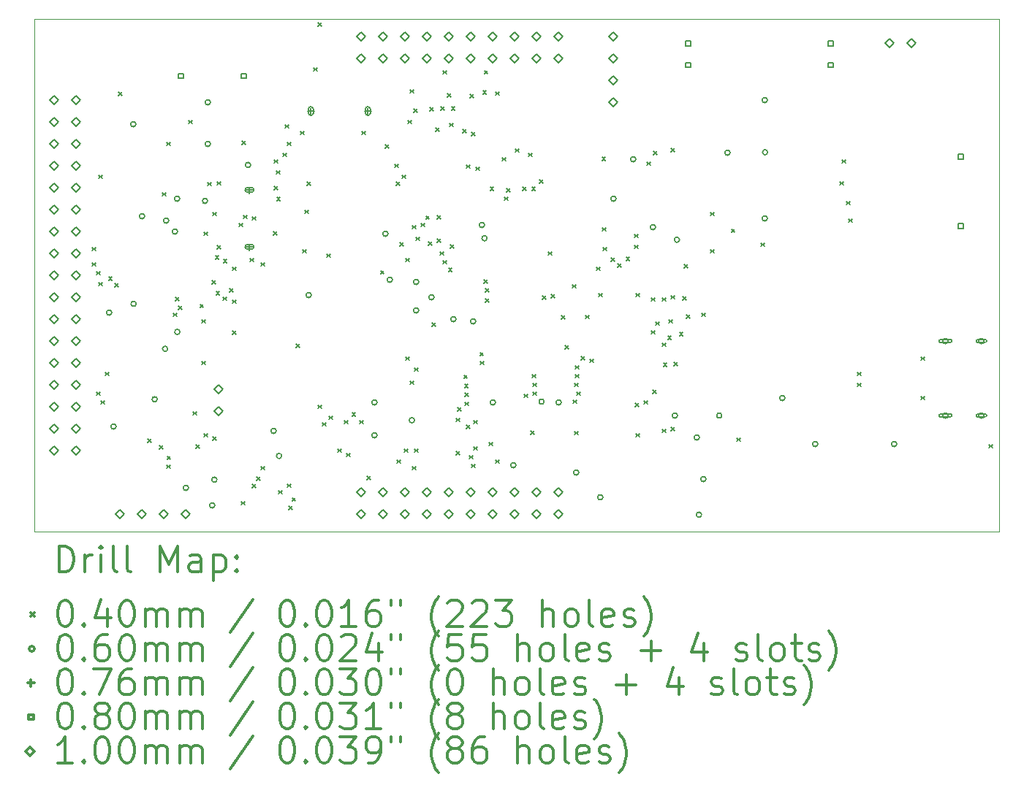
<source format=gbr>
%FSLAX45Y45*%
G04 Gerber Fmt 4.5, Leading zero omitted, Abs format (unit mm)*
G04 Created by KiCad (PCBNEW 5.1.5-br-unknown-alt1.rc1) date 2025-11-25 07:27:38*
%MOMM*%
%LPD*%
G01*
G04 APERTURE LIST*
%TA.AperFunction,Profile*%
%ADD10C,0.050000*%
%TD*%
%ADD11C,0.200000*%
%ADD12C,0.300000*%
G04 APERTURE END LIST*
D10*
X0Y-5943600D02*
X0Y0D01*
X11176000Y-5943600D02*
X0Y-5943600D01*
X11176000Y0D02*
X11176000Y-5943600D01*
X0Y0D02*
X11176000Y0D01*
D11*
X665800Y-2647000D02*
X705800Y-2687000D01*
X705800Y-2647000D02*
X665800Y-2687000D01*
X665800Y-2824800D02*
X705800Y-2864800D01*
X705800Y-2824800D02*
X665800Y-2864800D01*
X716600Y-2926400D02*
X756600Y-2966400D01*
X756600Y-2926400D02*
X716600Y-2966400D01*
X716600Y-4323400D02*
X756600Y-4363400D01*
X756600Y-4323400D02*
X716600Y-4363400D01*
X742000Y-1808800D02*
X782000Y-1848800D01*
X782000Y-1808800D02*
X742000Y-1848800D01*
X742000Y-3053400D02*
X782000Y-3093400D01*
X782000Y-3053400D02*
X742000Y-3093400D01*
X767400Y-4425000D02*
X807400Y-4465000D01*
X807400Y-4425000D02*
X767400Y-4465000D01*
X818200Y-4094800D02*
X858200Y-4134800D01*
X858200Y-4094800D02*
X818200Y-4134800D01*
X857605Y-2990786D02*
X897605Y-3030786D01*
X897605Y-2990786D02*
X857605Y-3030786D01*
X928101Y-3064505D02*
X968101Y-3104505D01*
X968101Y-3064505D02*
X928101Y-3104505D01*
X970600Y-846799D02*
X1010600Y-886799D01*
X1010600Y-846799D02*
X970600Y-886799D01*
X1310071Y-4867710D02*
X1350071Y-4907710D01*
X1350071Y-4867710D02*
X1310071Y-4907710D01*
X1446122Y-4945719D02*
X1486122Y-4985719D01*
X1486122Y-4945719D02*
X1446122Y-4985719D01*
X1478600Y-2012000D02*
X1518600Y-2052000D01*
X1518600Y-2012000D02*
X1478600Y-2052000D01*
X1529400Y-1427800D02*
X1569400Y-1467800D01*
X1569400Y-1427800D02*
X1529400Y-1467800D01*
X1529450Y-5169972D02*
X1569450Y-5209972D01*
X1569450Y-5169972D02*
X1529450Y-5209972D01*
X1534999Y-5068122D02*
X1574999Y-5108122D01*
X1574999Y-5068122D02*
X1534999Y-5108122D01*
X1605600Y-3409000D02*
X1645600Y-3449000D01*
X1645600Y-3409000D02*
X1605600Y-3449000D01*
X1630586Y-3229148D02*
X1670586Y-3269148D01*
X1670586Y-3229148D02*
X1630586Y-3269148D01*
X1664282Y-3325571D02*
X1704282Y-3365571D01*
X1704282Y-3325571D02*
X1664282Y-3365571D01*
X1783400Y-1173800D02*
X1823400Y-1213800D01*
X1823400Y-1173800D02*
X1783400Y-1213800D01*
X1834200Y-4552000D02*
X1874200Y-4592000D01*
X1874200Y-4552000D02*
X1834200Y-4592000D01*
X1868203Y-4936900D02*
X1908203Y-4976900D01*
X1908203Y-4936900D02*
X1868203Y-4976900D01*
X1917600Y-3307400D02*
X1957600Y-3347400D01*
X1957600Y-3307400D02*
X1917600Y-3347400D01*
X1935800Y-3485200D02*
X1975800Y-3525200D01*
X1975800Y-3485200D02*
X1935800Y-3525200D01*
X1935800Y-3967800D02*
X1975800Y-4007800D01*
X1975800Y-3967800D02*
X1935800Y-4007800D01*
X1961200Y-2469200D02*
X2001200Y-2509200D01*
X2001200Y-2469200D02*
X1961200Y-2509200D01*
X1961200Y-4806000D02*
X2001200Y-4846000D01*
X2001200Y-4806000D02*
X1961200Y-4846000D01*
X2006653Y-1891899D02*
X2046653Y-1931899D01*
X2046653Y-1891899D02*
X2006653Y-1931899D01*
X2059601Y-3034176D02*
X2099601Y-3074176D01*
X2099601Y-3034176D02*
X2059601Y-3074176D01*
X2062318Y-4844791D02*
X2102318Y-4884791D01*
X2102318Y-4844791D02*
X2062318Y-4884791D01*
X2062800Y-2240600D02*
X2102800Y-2280600D01*
X2102800Y-2240600D02*
X2062800Y-2280600D01*
X2094750Y-2745328D02*
X2134750Y-2785328D01*
X2134750Y-2745328D02*
X2094750Y-2785328D01*
X2103602Y-3158200D02*
X2143602Y-3198200D01*
X2143602Y-3158200D02*
X2103602Y-3198200D01*
X2113600Y-1885000D02*
X2153600Y-1925000D01*
X2153600Y-1885000D02*
X2113600Y-1925000D01*
X2114420Y-2622420D02*
X2154420Y-2662420D01*
X2154420Y-2622420D02*
X2114420Y-2662420D01*
X2182131Y-3223296D02*
X2222131Y-3263296D01*
X2222131Y-3223296D02*
X2182131Y-3263296D01*
X2187392Y-2788009D02*
X2227392Y-2828009D01*
X2227392Y-2788009D02*
X2187392Y-2828009D01*
X2259934Y-3127609D02*
X2299934Y-3167609D01*
X2299934Y-3127609D02*
X2259934Y-3167609D01*
X2290581Y-3613019D02*
X2330581Y-3653019D01*
X2330581Y-3613019D02*
X2290581Y-3653019D01*
X2291400Y-3256600D02*
X2331400Y-3296600D01*
X2331400Y-3256600D02*
X2291400Y-3296600D01*
X2292219Y-2874781D02*
X2332219Y-2914781D01*
X2332219Y-2874781D02*
X2292219Y-2914781D01*
X2367599Y-2367600D02*
X2407599Y-2407600D01*
X2407599Y-2367600D02*
X2367599Y-2407600D01*
X2393000Y-5593400D02*
X2433000Y-5633400D01*
X2433000Y-5593400D02*
X2393000Y-5633400D01*
X2404881Y-1415919D02*
X2444881Y-1455919D01*
X2444881Y-1415919D02*
X2404881Y-1455919D01*
X2418400Y-2273600D02*
X2458400Y-2313600D01*
X2458400Y-2273600D02*
X2418400Y-2313600D01*
X2493781Y-2773181D02*
X2533781Y-2813181D01*
X2533781Y-2773181D02*
X2493781Y-2813181D01*
X2519325Y-5394425D02*
X2559325Y-5434425D01*
X2559325Y-5394425D02*
X2519325Y-5434425D01*
X2520000Y-2291400D02*
X2560000Y-2331400D01*
X2560000Y-2291400D02*
X2520000Y-2331400D01*
X2575413Y-5309229D02*
X2615413Y-5349229D01*
X2615413Y-5309229D02*
X2575413Y-5349229D01*
X2621600Y-2824800D02*
X2661600Y-2864800D01*
X2661600Y-2824800D02*
X2621600Y-2864800D01*
X2621600Y-5187000D02*
X2661600Y-5227000D01*
X2661600Y-5187000D02*
X2621600Y-5227000D01*
X2769401Y-2464601D02*
X2809401Y-2504601D01*
X2809401Y-2464601D02*
X2769401Y-2504601D01*
X2773181Y-1936619D02*
X2813181Y-1976619D01*
X2813181Y-1936619D02*
X2773181Y-1976619D01*
X2774000Y-1631000D02*
X2814000Y-1671000D01*
X2814000Y-1631000D02*
X2774000Y-1671000D01*
X2800219Y-1757181D02*
X2840219Y-1797181D01*
X2840219Y-1757181D02*
X2800219Y-1797181D01*
X2804727Y-2067233D02*
X2844727Y-2107233D01*
X2844727Y-2067233D02*
X2804727Y-2107233D01*
X2824800Y-5466400D02*
X2864800Y-5506400D01*
X2864800Y-5466400D02*
X2824800Y-5506400D01*
X2875600Y-1554800D02*
X2915600Y-1594800D01*
X2915600Y-1554800D02*
X2875600Y-1594800D01*
X2901000Y-1224600D02*
X2941000Y-1264600D01*
X2941000Y-1224600D02*
X2901000Y-1264600D01*
X2926400Y-1427800D02*
X2966400Y-1467800D01*
X2966400Y-1427800D02*
X2926400Y-1467800D01*
X2926400Y-5390200D02*
X2966400Y-5430200D01*
X2966400Y-5390200D02*
X2926400Y-5430200D01*
X2945284Y-5646050D02*
X2985284Y-5686050D01*
X2985284Y-5646050D02*
X2945284Y-5686050D01*
X2982980Y-5551270D02*
X3022980Y-5591270D01*
X3022980Y-5551270D02*
X2982980Y-5591270D01*
X3028000Y-3766403D02*
X3068000Y-3806403D01*
X3068000Y-3766403D02*
X3028000Y-3806403D01*
X3078800Y-1300800D02*
X3118800Y-1340800D01*
X3118800Y-1300800D02*
X3078800Y-1340800D01*
X3104200Y-2672400D02*
X3144200Y-2712400D01*
X3144200Y-2672400D02*
X3104200Y-2712400D01*
X3129600Y-2215200D02*
X3169600Y-2255200D01*
X3169600Y-2215200D02*
X3129600Y-2255200D01*
X3155000Y-1888200D02*
X3195000Y-1928200D01*
X3195000Y-1888200D02*
X3155000Y-1928200D01*
X3231200Y-564200D02*
X3271200Y-604200D01*
X3271200Y-564200D02*
X3231200Y-604200D01*
X3282000Y-44500D02*
X3322000Y-84500D01*
X3322000Y-44500D02*
X3282000Y-84500D01*
X3285200Y-4475800D02*
X3325200Y-4515800D01*
X3325200Y-4475800D02*
X3285200Y-4515800D01*
X3332800Y-4679000D02*
X3372800Y-4719000D01*
X3372800Y-4679000D02*
X3332800Y-4719000D01*
X3383600Y-2723200D02*
X3423600Y-2763200D01*
X3423600Y-2723200D02*
X3383600Y-2763200D01*
X3409000Y-4602800D02*
X3449000Y-4642800D01*
X3449000Y-4602800D02*
X3409000Y-4642800D01*
X3510600Y-4983800D02*
X3550600Y-5023800D01*
X3550600Y-4983800D02*
X3510600Y-5023800D01*
X3586800Y-4653600D02*
X3626800Y-4693600D01*
X3626800Y-4653600D02*
X3586800Y-4693600D01*
X3612200Y-5034600D02*
X3652200Y-5074600D01*
X3652200Y-5034600D02*
X3612200Y-5074600D01*
X3677600Y-4562800D02*
X3717600Y-4602800D01*
X3717600Y-4562800D02*
X3677600Y-4602800D01*
X3764600Y-4653600D02*
X3804600Y-4693600D01*
X3804600Y-4653600D02*
X3764600Y-4693600D01*
X3790000Y-1300800D02*
X3830000Y-1340800D01*
X3830000Y-1300800D02*
X3790000Y-1340800D01*
X3852681Y-5300482D02*
X3892681Y-5340482D01*
X3892681Y-5300482D02*
X3852681Y-5340482D01*
X4007800Y-2916333D02*
X4047800Y-2956333D01*
X4047800Y-2916333D02*
X4007800Y-2956333D01*
X4066201Y-1456175D02*
X4106201Y-1496175D01*
X4106201Y-1456175D02*
X4066201Y-1496175D01*
X4171000Y-1681800D02*
X4211000Y-1721800D01*
X4211000Y-1681800D02*
X4171000Y-1721800D01*
X4192885Y-1889992D02*
X4232885Y-1929992D01*
X4232885Y-1889992D02*
X4192885Y-1929992D01*
X4196400Y-5110800D02*
X4236400Y-5150800D01*
X4236400Y-5110800D02*
X4196400Y-5150800D01*
X4229565Y-2594439D02*
X4269565Y-2634439D01*
X4269565Y-2594439D02*
X4229565Y-2634439D01*
X4254919Y-1809022D02*
X4294919Y-1849022D01*
X4294919Y-1809022D02*
X4254919Y-1849022D01*
X4281781Y-4983800D02*
X4321781Y-5023800D01*
X4321781Y-4983800D02*
X4281781Y-5023800D01*
X4298000Y-3917000D02*
X4338000Y-3957000D01*
X4338000Y-3917000D02*
X4298000Y-3957000D01*
X4302565Y-2772573D02*
X4342565Y-2812573D01*
X4342565Y-2772573D02*
X4302565Y-2812573D01*
X4325204Y-1173800D02*
X4365204Y-1213800D01*
X4365204Y-1173800D02*
X4325204Y-1213800D01*
X4348800Y-818200D02*
X4388800Y-858200D01*
X4388800Y-818200D02*
X4348800Y-858200D01*
X4348800Y-4196400D02*
X4388800Y-4236400D01*
X4388800Y-4196400D02*
X4348800Y-4236400D01*
X4374200Y-5187000D02*
X4414200Y-5227000D01*
X4414200Y-5187000D02*
X4374200Y-5227000D01*
X4375565Y-2393000D02*
X4415565Y-2433000D01*
X4415565Y-2393000D02*
X4375565Y-2433000D01*
X4394340Y-1041540D02*
X4434340Y-1081540D01*
X4434340Y-1041540D02*
X4394340Y-1081540D01*
X4399600Y-4044000D02*
X4439600Y-4084000D01*
X4439600Y-4044000D02*
X4399600Y-4084000D01*
X4399600Y-4983800D02*
X4439600Y-5023800D01*
X4439600Y-4983800D02*
X4399600Y-5023800D01*
X4418183Y-2526817D02*
X4458183Y-2566817D01*
X4458183Y-2526817D02*
X4418183Y-2566817D01*
X4476619Y-2366781D02*
X4516619Y-2406781D01*
X4516619Y-2366781D02*
X4476619Y-2406781D01*
X4532985Y-2281770D02*
X4572985Y-2321770D01*
X4572985Y-2281770D02*
X4532985Y-2321770D01*
X4564706Y-2584359D02*
X4604706Y-2624359D01*
X4604706Y-2584359D02*
X4564706Y-2624359D01*
X4577400Y-1023947D02*
X4617400Y-1063947D01*
X4617400Y-1023947D02*
X4577400Y-1063947D01*
X4603516Y-3522949D02*
X4643516Y-3562949D01*
X4643516Y-3522949D02*
X4603516Y-3562949D01*
X4647210Y-1262919D02*
X4687210Y-1302919D01*
X4687210Y-1262919D02*
X4647210Y-1302919D01*
X4661848Y-2550218D02*
X4701848Y-2590218D01*
X4701848Y-2550218D02*
X4661848Y-2590218D01*
X4665481Y-2277881D02*
X4705481Y-2317881D01*
X4705481Y-2277881D02*
X4665481Y-2317881D01*
X4700250Y-2696141D02*
X4740250Y-2736141D01*
X4740250Y-2696141D02*
X4700250Y-2736141D01*
X4703580Y-1018201D02*
X4743580Y-1058201D01*
X4743580Y-1018201D02*
X4703580Y-1058201D01*
X4729800Y-597799D02*
X4769800Y-637799D01*
X4769800Y-597799D02*
X4729800Y-637799D01*
X4729800Y-2799801D02*
X4769800Y-2839801D01*
X4769800Y-2799801D02*
X4729800Y-2839801D01*
X4780600Y-865800D02*
X4820600Y-905800D01*
X4820600Y-865800D02*
X4780600Y-905800D01*
X4795281Y-2890281D02*
X4835281Y-2930281D01*
X4835281Y-2890281D02*
X4795281Y-2930281D01*
X4810964Y-1208203D02*
X4850964Y-1248203D01*
X4850964Y-1208203D02*
X4810964Y-1248203D01*
X4814670Y-2615820D02*
X4854670Y-2655820D01*
X4854670Y-2615820D02*
X4814670Y-2655820D01*
X4829151Y-1018201D02*
X4869151Y-1058201D01*
X4869151Y-1018201D02*
X4829151Y-1058201D01*
X4882200Y-4628200D02*
X4922200Y-4668200D01*
X4922200Y-4628200D02*
X4882200Y-4668200D01*
X4882200Y-5012399D02*
X4922200Y-5052399D01*
X4922200Y-5012399D02*
X4882200Y-5052399D01*
X4904030Y-4504081D02*
X4944030Y-4544081D01*
X4944030Y-4504081D02*
X4904030Y-4544081D01*
X4963503Y-1280970D02*
X5003503Y-1320970D01*
X5003503Y-1280970D02*
X4963503Y-1320970D01*
X4972856Y-4128763D02*
X5012856Y-4168763D01*
X5012856Y-4128763D02*
X4972856Y-4168763D01*
X4982448Y-4235108D02*
X5022448Y-4275108D01*
X5022448Y-4235108D02*
X4982448Y-4275108D01*
X4983530Y-4337266D02*
X5023530Y-4377266D01*
X5023530Y-4337266D02*
X4983530Y-4377266D01*
X4983677Y-4440358D02*
X5023677Y-4480358D01*
X5023677Y-4440358D02*
X4983677Y-4480358D01*
X5000530Y-4710180D02*
X5040530Y-4750180D01*
X5040530Y-4710180D02*
X5000530Y-4750180D01*
X5001200Y-1688572D02*
X5041200Y-1728572D01*
X5041200Y-1688572D02*
X5001200Y-1728572D01*
X5034600Y-5060000D02*
X5074600Y-5100000D01*
X5074600Y-5060000D02*
X5034600Y-5100000D01*
X5043636Y-872200D02*
X5083636Y-912200D01*
X5083636Y-872200D02*
X5043636Y-912200D01*
X5060000Y-5161600D02*
X5100000Y-5201600D01*
X5100000Y-5161600D02*
X5060000Y-5201600D01*
X5061234Y-1310175D02*
X5101234Y-1350175D01*
X5101234Y-1310175D02*
X5061234Y-1350175D01*
X5085400Y-4653600D02*
X5125400Y-4693600D01*
X5125400Y-4653600D02*
X5085400Y-4693600D01*
X5086219Y-4957581D02*
X5126219Y-4997581D01*
X5126219Y-4957581D02*
X5086219Y-4997581D01*
X5109980Y-1715803D02*
X5149980Y-1755803D01*
X5149980Y-1715803D02*
X5109980Y-1755803D01*
X5158616Y-3866200D02*
X5198616Y-3906200D01*
X5198616Y-3866200D02*
X5158616Y-3906200D01*
X5161610Y-3968157D02*
X5201610Y-4008157D01*
X5201610Y-3968157D02*
X5161610Y-4008157D01*
X5193399Y-827901D02*
X5233399Y-867901D01*
X5233399Y-827901D02*
X5193399Y-867901D01*
X5209200Y-3024483D02*
X5249200Y-3064483D01*
X5249200Y-3024483D02*
X5209200Y-3064483D01*
X5209645Y-598055D02*
X5249645Y-638055D01*
X5249645Y-598055D02*
X5209645Y-638055D01*
X5225416Y-3125186D02*
X5265416Y-3165186D01*
X5265416Y-3125186D02*
X5225416Y-3165186D01*
X5225919Y-3243081D02*
X5265919Y-3283081D01*
X5265919Y-3243081D02*
X5225919Y-3283081D01*
X5263200Y-4907600D02*
X5303200Y-4947600D01*
X5303200Y-4907600D02*
X5263200Y-4947600D01*
X5278454Y-1945290D02*
X5318454Y-1985290D01*
X5318454Y-1945290D02*
X5278454Y-1985290D01*
X5339400Y-843600D02*
X5379400Y-883600D01*
X5379400Y-843600D02*
X5339400Y-883600D01*
X5339400Y-5110800D02*
X5379400Y-5150800D01*
X5379400Y-5110800D02*
X5339400Y-5150800D01*
X5415600Y-1605600D02*
X5455600Y-1645600D01*
X5455600Y-1605600D02*
X5415600Y-1645600D01*
X5441000Y-2062800D02*
X5481000Y-2102800D01*
X5481000Y-2062800D02*
X5441000Y-2102800D01*
X5467220Y-1962020D02*
X5507220Y-2002020D01*
X5507220Y-1962020D02*
X5467220Y-2002020D01*
X5568000Y-1504000D02*
X5608000Y-1544000D01*
X5608000Y-1504000D02*
X5568000Y-1544000D01*
X5656901Y-1950138D02*
X5696901Y-1990138D01*
X5696901Y-1950138D02*
X5656901Y-1990138D01*
X5669600Y-4348800D02*
X5709600Y-4388800D01*
X5709600Y-4348800D02*
X5669600Y-4388800D01*
X5720400Y-1554800D02*
X5760400Y-1594800D01*
X5760400Y-1554800D02*
X5720400Y-1594800D01*
X5745800Y-4777400D02*
X5785800Y-4817400D01*
X5785800Y-4777400D02*
X5745800Y-4817400D01*
X5760139Y-1950139D02*
X5800139Y-1990139D01*
X5800139Y-1950139D02*
X5760139Y-1990139D01*
X5767419Y-4119625D02*
X5807419Y-4159625D01*
X5807419Y-4119625D02*
X5767419Y-4159625D01*
X5770920Y-4221566D02*
X5810920Y-4261566D01*
X5810920Y-4221566D02*
X5770920Y-4261566D01*
X5772940Y-4323547D02*
X5812940Y-4363547D01*
X5812940Y-4323547D02*
X5772940Y-4363547D01*
X5849039Y-1861239D02*
X5889039Y-1901239D01*
X5889039Y-1861239D02*
X5849039Y-1901239D01*
X5885430Y-3207560D02*
X5925430Y-3247560D01*
X5925430Y-3207560D02*
X5885430Y-3247560D01*
X5949000Y-2697800D02*
X5989000Y-2737800D01*
X5989000Y-2697800D02*
X5949000Y-2737800D01*
X5986280Y-3192280D02*
X6026280Y-3232280D01*
X6026280Y-3192280D02*
X5986280Y-3232280D01*
X6101400Y-3435477D02*
X6141400Y-3475477D01*
X6141400Y-3435477D02*
X6101400Y-3475477D01*
X6145425Y-3783666D02*
X6185425Y-3823666D01*
X6185425Y-3783666D02*
X6145425Y-3823666D01*
X6228400Y-3078800D02*
X6268400Y-3118800D01*
X6268400Y-3078800D02*
X6228400Y-3118800D01*
X6238391Y-4416880D02*
X6278391Y-4456880D01*
X6278391Y-4416880D02*
X6238391Y-4456880D01*
X6253800Y-4221800D02*
X6293800Y-4261800D01*
X6293800Y-4221800D02*
X6253800Y-4261800D01*
X6253800Y-4780600D02*
X6293800Y-4820600D01*
X6293800Y-4780600D02*
X6253800Y-4820600D01*
X6263799Y-4018200D02*
X6303799Y-4058200D01*
X6303799Y-4018200D02*
X6263799Y-4058200D01*
X6263799Y-4120200D02*
X6303799Y-4160200D01*
X6303799Y-4120200D02*
X6263799Y-4160200D01*
X6279201Y-4323399D02*
X6319201Y-4363399D01*
X6319201Y-4323399D02*
X6279201Y-4363399D01*
X6334834Y-3913801D02*
X6374834Y-3953801D01*
X6374834Y-3913801D02*
X6334834Y-3953801D01*
X6380800Y-3434400D02*
X6420800Y-3474400D01*
X6420800Y-3434400D02*
X6380800Y-3474400D01*
X6432652Y-3942711D02*
X6472652Y-3982711D01*
X6472652Y-3942711D02*
X6432652Y-3982711D01*
X6507800Y-2875600D02*
X6547800Y-2915600D01*
X6547800Y-2875600D02*
X6507800Y-2915600D01*
X6533200Y-3180400D02*
X6573200Y-3220400D01*
X6573200Y-3180400D02*
X6533200Y-3220400D01*
X6573933Y-1602401D02*
X6613933Y-1642401D01*
X6613933Y-1602401D02*
X6573933Y-1642401D01*
X6580800Y-2418400D02*
X6620800Y-2458400D01*
X6620800Y-2418400D02*
X6580800Y-2458400D01*
X6584000Y-2647000D02*
X6624000Y-2687000D01*
X6624000Y-2647000D02*
X6584000Y-2687000D01*
X6677500Y-2768101D02*
X6717500Y-2808101D01*
X6717500Y-2768101D02*
X6677500Y-2808101D01*
X6755440Y-2833901D02*
X6795440Y-2873901D01*
X6795440Y-2833901D02*
X6755440Y-2873901D01*
X6853319Y-2757748D02*
X6893319Y-2797748D01*
X6893319Y-2757748D02*
X6853319Y-2797748D01*
X6948203Y-2494600D02*
X6988203Y-2534600D01*
X6988203Y-2494600D02*
X6948203Y-2534600D01*
X6948203Y-2621600D02*
X6988203Y-2661600D01*
X6988203Y-2621600D02*
X6948203Y-2661600D01*
X6957753Y-4453599D02*
X6997753Y-4493599D01*
X6997753Y-4453599D02*
X6957753Y-4493599D01*
X6965000Y-3180400D02*
X7005000Y-3220400D01*
X7005000Y-3180400D02*
X6965000Y-3220400D01*
X6965000Y-4806000D02*
X7005000Y-4846000D01*
X7005000Y-4806000D02*
X6965000Y-4846000D01*
X7062401Y-4425000D02*
X7102401Y-4465000D01*
X7102401Y-4425000D02*
X7062401Y-4465000D01*
X7092000Y-1656400D02*
X7132000Y-1696400D01*
X7132000Y-1656400D02*
X7092000Y-1696400D01*
X7141970Y-3230370D02*
X7181970Y-3270370D01*
X7181970Y-3230370D02*
X7141970Y-3270370D01*
X7142800Y-3612200D02*
X7182800Y-3652200D01*
X7182800Y-3612200D02*
X7142800Y-3652200D01*
X7164400Y-4300162D02*
X7204400Y-4340162D01*
X7204400Y-4300162D02*
X7164400Y-4340162D01*
X7168200Y-1532600D02*
X7208200Y-1572600D01*
X7208200Y-1532600D02*
X7168200Y-1572600D01*
X7193600Y-3510600D02*
X7233600Y-3550600D01*
X7233600Y-3510600D02*
X7193600Y-3550600D01*
X7269800Y-4755200D02*
X7309800Y-4795200D01*
X7309800Y-4755200D02*
X7269800Y-4795200D01*
X7269800Y-3231200D02*
X7309800Y-3271200D01*
X7309800Y-3231200D02*
X7269800Y-3271200D01*
X7273263Y-3756140D02*
X7313263Y-3796140D01*
X7313263Y-3756140D02*
X7273263Y-3796140D01*
X7284922Y-3990143D02*
X7324922Y-4030143D01*
X7324922Y-3990143D02*
X7284922Y-4030143D01*
X7335339Y-3675202D02*
X7375339Y-3715202D01*
X7375339Y-3675202D02*
X7335339Y-3715202D01*
X7346000Y-3485200D02*
X7386000Y-3525200D01*
X7386000Y-3485200D02*
X7346000Y-3525200D01*
X7371400Y-1498697D02*
X7411400Y-1538697D01*
X7411400Y-1498697D02*
X7371400Y-1538697D01*
X7371400Y-3205800D02*
X7411400Y-3245800D01*
X7411400Y-3205800D02*
X7371400Y-3245800D01*
X7376295Y-4734695D02*
X7416295Y-4774695D01*
X7416295Y-4734695D02*
X7376295Y-4774695D01*
X7406025Y-3980012D02*
X7446025Y-4020012D01*
X7446025Y-3980012D02*
X7406025Y-4020012D01*
X7469912Y-3634794D02*
X7509912Y-3674794D01*
X7509912Y-3634794D02*
X7469912Y-3674794D01*
X7507007Y-3218369D02*
X7547007Y-3258369D01*
X7547007Y-3218369D02*
X7507007Y-3258369D01*
X7525397Y-2846221D02*
X7565397Y-2886221D01*
X7565397Y-2846221D02*
X7525397Y-2886221D01*
X7549200Y-3431201D02*
X7589200Y-3471201D01*
X7589200Y-3431201D02*
X7549200Y-3471201D01*
X7727000Y-3409000D02*
X7767000Y-3449000D01*
X7767000Y-3409000D02*
X7727000Y-3449000D01*
X7828600Y-2240600D02*
X7868600Y-2280600D01*
X7868600Y-2240600D02*
X7828600Y-2280600D01*
X7828600Y-2672400D02*
X7868600Y-2712400D01*
X7868600Y-2672400D02*
X7828600Y-2712400D01*
X8072897Y-2434097D02*
X8112897Y-2474097D01*
X8112897Y-2434097D02*
X8072897Y-2474097D01*
X8133400Y-4856800D02*
X8173400Y-4896800D01*
X8173400Y-4856800D02*
X8133400Y-4896800D01*
X8412800Y-2596200D02*
X8452800Y-2636200D01*
X8452800Y-2596200D02*
X8412800Y-2636200D01*
X9327200Y-1885000D02*
X9367200Y-1925000D01*
X9367200Y-1885000D02*
X9327200Y-1925000D01*
X9352600Y-1631000D02*
X9392600Y-1671000D01*
X9392600Y-1631000D02*
X9352600Y-1671000D01*
X9403400Y-2113600D02*
X9443400Y-2153600D01*
X9443400Y-2113600D02*
X9403400Y-2153600D01*
X9428800Y-2316800D02*
X9468800Y-2356800D01*
X9468800Y-2316800D02*
X9428800Y-2356800D01*
X9530400Y-4094800D02*
X9570400Y-4134800D01*
X9570400Y-4094800D02*
X9530400Y-4134800D01*
X9530400Y-4221800D02*
X9570400Y-4261800D01*
X9570400Y-4221800D02*
X9530400Y-4261800D01*
X10267000Y-3917000D02*
X10307000Y-3957000D01*
X10307000Y-3917000D02*
X10267000Y-3957000D01*
X10267000Y-4374200D02*
X10307000Y-4414200D01*
X10307000Y-4374200D02*
X10267000Y-4414200D01*
X11054400Y-4933000D02*
X11094400Y-4973000D01*
X11094400Y-4933000D02*
X11054400Y-4973000D01*
X893600Y-3403600D02*
G75*
G03*
X893600Y-3403600I-30000J0D01*
G01*
X944400Y-4724400D02*
G75*
G03*
X944400Y-4724400I-30000J0D01*
G01*
X1173000Y-1219200D02*
G75*
G03*
X1173000Y-1219200I-30000J0D01*
G01*
X1178000Y-3302000D02*
G75*
G03*
X1178000Y-3302000I-30000J0D01*
G01*
X1274600Y-2286000D02*
G75*
G03*
X1274600Y-2286000I-30000J0D01*
G01*
X1421539Y-4408261D02*
G75*
G03*
X1421539Y-4408261I-30000J0D01*
G01*
X1541600Y-3823000D02*
G75*
G03*
X1541600Y-3823000I-30000J0D01*
G01*
X1554000Y-2336800D02*
G75*
G03*
X1554000Y-2336800I-30000J0D01*
G01*
X1655600Y-2463800D02*
G75*
G03*
X1655600Y-2463800I-30000J0D01*
G01*
X1681000Y-2082800D02*
G75*
G03*
X1681000Y-2082800I-30000J0D01*
G01*
X1684002Y-3628399D02*
G75*
G03*
X1684002Y-3628399I-30000J0D01*
G01*
X1782600Y-5435600D02*
G75*
G03*
X1782600Y-5435600I-30000J0D01*
G01*
X2004799Y-2108200D02*
G75*
G03*
X2004799Y-2108200I-30000J0D01*
G01*
X2036600Y-965200D02*
G75*
G03*
X2036600Y-965200I-30000J0D01*
G01*
X2036600Y-1447800D02*
G75*
G03*
X2036600Y-1447800I-30000J0D01*
G01*
X2087400Y-5638800D02*
G75*
G03*
X2087400Y-5638800I-30000J0D01*
G01*
X2112800Y-5340401D02*
G75*
G03*
X2112800Y-5340401I-30000J0D01*
G01*
X2503384Y-1692551D02*
G75*
G03*
X2503384Y-1692551I-30000J0D01*
G01*
X2798600Y-4775200D02*
G75*
G03*
X2798600Y-4775200I-30000J0D01*
G01*
X2862387Y-5065934D02*
G75*
G03*
X2862387Y-5065934I-30000J0D01*
G01*
X3205000Y-3200400D02*
G75*
G03*
X3205000Y-3200400I-30000J0D01*
G01*
X3967000Y-4445000D02*
G75*
G03*
X3967000Y-4445000I-30000J0D01*
G01*
X3967000Y-4826000D02*
G75*
G03*
X3967000Y-4826000I-30000J0D01*
G01*
X4094000Y-2489200D02*
G75*
G03*
X4094000Y-2489200I-30000J0D01*
G01*
X4144800Y-3022600D02*
G75*
G03*
X4144800Y-3022600I-30000J0D01*
G01*
X4401350Y-4650750D02*
G75*
G03*
X4401350Y-4650750I-30000J0D01*
G01*
X4449600Y-3048000D02*
G75*
G03*
X4449600Y-3048000I-30000J0D01*
G01*
X4449600Y-3378200D02*
G75*
G03*
X4449600Y-3378200I-30000J0D01*
G01*
X4627400Y-3225800D02*
G75*
G03*
X4627400Y-3225800I-30000J0D01*
G01*
X4881400Y-3479800D02*
G75*
G03*
X4881400Y-3479800I-30000J0D01*
G01*
X5110000Y-3505200D02*
G75*
G03*
X5110000Y-3505200I-30000J0D01*
G01*
X5211600Y-2387600D02*
G75*
G03*
X5211600Y-2387600I-30000J0D01*
G01*
X5242390Y-2541551D02*
G75*
G03*
X5242390Y-2541551I-30000J0D01*
G01*
X5338600Y-4445000D02*
G75*
G03*
X5338600Y-4445000I-30000J0D01*
G01*
X5575800Y-5173000D02*
G75*
G03*
X5575800Y-5173000I-30000J0D01*
G01*
X5903307Y-4435337D02*
G75*
G03*
X5903307Y-4435337I-30000J0D01*
G01*
X6100599Y-4445000D02*
G75*
G03*
X6100599Y-4445000I-30000J0D01*
G01*
X6303800Y-5257800D02*
G75*
G03*
X6303800Y-5257800I-30000J0D01*
G01*
X6583200Y-5545150D02*
G75*
G03*
X6583200Y-5545150I-30000J0D01*
G01*
X6735600Y-2082800D02*
G75*
G03*
X6735600Y-2082800I-30000J0D01*
G01*
X6964200Y-1625600D02*
G75*
G03*
X6964200Y-1625600I-30000J0D01*
G01*
X7192800Y-2413000D02*
G75*
G03*
X7192800Y-2413000I-30000J0D01*
G01*
X7446800Y-4597400D02*
G75*
G03*
X7446800Y-4597400I-30000J0D01*
G01*
X7472200Y-2558999D02*
G75*
G03*
X7472200Y-2558999I-30000J0D01*
G01*
X7700800Y-4851400D02*
G75*
G03*
X7700800Y-4851400I-30000J0D01*
G01*
X7726200Y-5746800D02*
G75*
G03*
X7726200Y-5746800I-30000J0D01*
G01*
X7777000Y-5334000D02*
G75*
G03*
X7777000Y-5334000I-30000J0D01*
G01*
X7961200Y-4597400D02*
G75*
G03*
X7961200Y-4597400I-30000J0D01*
G01*
X8056400Y-1549400D02*
G75*
G03*
X8056400Y-1549400I-30000J0D01*
G01*
X8488200Y-939800D02*
G75*
G03*
X8488200Y-939800I-30000J0D01*
G01*
X8488200Y-2311400D02*
G75*
G03*
X8488200Y-2311400I-30000J0D01*
G01*
X8492638Y-1544962D02*
G75*
G03*
X8492638Y-1544962I-30000J0D01*
G01*
X8691400Y-4394200D02*
G75*
G03*
X8691400Y-4394200I-30000J0D01*
G01*
X9072400Y-4927600D02*
G75*
G03*
X9072400Y-4927600I-30000J0D01*
G01*
X9986800Y-4927600D02*
G75*
G03*
X9986800Y-4927600I-30000J0D01*
G01*
X10581200Y-3733600D02*
G75*
G03*
X10581200Y-3733600I-30000J0D01*
G01*
X10606200Y-3713600D02*
X10496200Y-3713600D01*
X10606200Y-3753600D02*
X10496200Y-3753600D01*
X10496200Y-3713600D02*
G75*
G03*
X10496200Y-3753600I0J-20000D01*
G01*
X10606200Y-3753600D02*
G75*
G03*
X10606200Y-3713600I0J20000D01*
G01*
X10581200Y-4597600D02*
G75*
G03*
X10581200Y-4597600I-30000J0D01*
G01*
X10606200Y-4577600D02*
X10496200Y-4577600D01*
X10606200Y-4617600D02*
X10496200Y-4617600D01*
X10496200Y-4577600D02*
G75*
G03*
X10496200Y-4617600I0J-20000D01*
G01*
X10606200Y-4617600D02*
G75*
G03*
X10606200Y-4577600I0J20000D01*
G01*
X10998200Y-3733600D02*
G75*
G03*
X10998200Y-3733600I-30000J0D01*
G01*
X11008200Y-3713600D02*
X10928200Y-3713600D01*
X11008200Y-3753600D02*
X10928200Y-3753600D01*
X10928200Y-3713600D02*
G75*
G03*
X10928200Y-3753600I0J-20000D01*
G01*
X11008200Y-3753600D02*
G75*
G03*
X11008200Y-3713600I0J20000D01*
G01*
X10998200Y-4597600D02*
G75*
G03*
X10998200Y-4597600I-30000J0D01*
G01*
X11008200Y-4577600D02*
X10928200Y-4577600D01*
X11008200Y-4617600D02*
X10928200Y-4617600D01*
X10928200Y-4577600D02*
G75*
G03*
X10928200Y-4617600I0J-20000D01*
G01*
X11008200Y-4617600D02*
G75*
G03*
X11008200Y-4577600I0J20000D01*
G01*
X2489200Y-1943100D02*
X2489200Y-2019300D01*
X2451100Y-1981200D02*
X2527300Y-1981200D01*
X2511100Y-1953100D02*
X2467300Y-1953100D01*
X2511100Y-2009300D02*
X2467300Y-2009300D01*
X2467300Y-1953100D02*
G75*
G03*
X2467300Y-2009300I0J-28100D01*
G01*
X2511100Y-2009300D02*
G75*
G03*
X2511100Y-1953100I0J28100D01*
G01*
X2489200Y-2603500D02*
X2489200Y-2679700D01*
X2451100Y-2641600D02*
X2527300Y-2641600D01*
X2511100Y-2613500D02*
X2467300Y-2613500D01*
X2511100Y-2669700D02*
X2467300Y-2669700D01*
X2467300Y-2613500D02*
G75*
G03*
X2467300Y-2669700I0J-28100D01*
G01*
X2511100Y-2669700D02*
G75*
G03*
X2511100Y-2613500I0J28100D01*
G01*
X3200400Y-1028700D02*
X3200400Y-1104900D01*
X3162300Y-1066800D02*
X3238500Y-1066800D01*
X3228500Y-1088700D02*
X3228500Y-1044900D01*
X3172300Y-1088700D02*
X3172300Y-1044900D01*
X3228500Y-1044900D02*
G75*
G03*
X3172300Y-1044900I-28100J0D01*
G01*
X3172300Y-1088700D02*
G75*
G03*
X3228500Y-1088700I28100J0D01*
G01*
X3860800Y-1028700D02*
X3860800Y-1104900D01*
X3822700Y-1066800D02*
X3898900Y-1066800D01*
X3888900Y-1088700D02*
X3888900Y-1044900D01*
X3832700Y-1088700D02*
X3832700Y-1044900D01*
X3888900Y-1044900D02*
G75*
G03*
X3832700Y-1044900I-28100J0D01*
G01*
X3832700Y-1088700D02*
G75*
G03*
X3888900Y-1088700I28100J0D01*
G01*
X7597484Y-311685D02*
X7597484Y-255115D01*
X7540915Y-255115D01*
X7540915Y-311685D01*
X7597484Y-311685D01*
X7597484Y-561685D02*
X7597484Y-505115D01*
X7540915Y-505115D01*
X7540915Y-561685D01*
X7597484Y-561685D01*
X1721194Y-688685D02*
X1721194Y-632116D01*
X1664625Y-632116D01*
X1664625Y-688685D01*
X1721194Y-688685D01*
X2450175Y-687415D02*
X2450175Y-630846D01*
X2393606Y-630846D01*
X2393606Y-687415D01*
X2450175Y-687415D01*
X9248485Y-311685D02*
X9248485Y-255115D01*
X9191916Y-255115D01*
X9191916Y-311685D01*
X9248485Y-311685D01*
X9248485Y-561685D02*
X9248485Y-505115D01*
X9191916Y-505115D01*
X9191916Y-561685D01*
X9248485Y-561685D01*
X10757245Y-1623404D02*
X10757245Y-1566835D01*
X10700676Y-1566835D01*
X10700676Y-1623404D01*
X10757245Y-1623404D01*
X10757245Y-2427505D02*
X10757245Y-2370936D01*
X10700676Y-2370936D01*
X10700676Y-2427505D01*
X10757245Y-2427505D01*
X228600Y-989800D02*
X278600Y-939800D01*
X228600Y-889800D01*
X178600Y-939800D01*
X228600Y-989800D01*
X228600Y-1243800D02*
X278600Y-1193800D01*
X228600Y-1143800D01*
X178600Y-1193800D01*
X228600Y-1243800D01*
X228600Y-1497800D02*
X278600Y-1447800D01*
X228600Y-1397800D01*
X178600Y-1447800D01*
X228600Y-1497800D01*
X228600Y-1751800D02*
X278600Y-1701800D01*
X228600Y-1651800D01*
X178600Y-1701800D01*
X228600Y-1751800D01*
X228600Y-2005800D02*
X278600Y-1955800D01*
X228600Y-1905800D01*
X178600Y-1955800D01*
X228600Y-2005800D01*
X228600Y-2259800D02*
X278600Y-2209800D01*
X228600Y-2159800D01*
X178600Y-2209800D01*
X228600Y-2259800D01*
X228600Y-2513800D02*
X278600Y-2463800D01*
X228600Y-2413800D01*
X178600Y-2463800D01*
X228600Y-2513800D01*
X228600Y-2767800D02*
X278600Y-2717800D01*
X228600Y-2667800D01*
X178600Y-2717800D01*
X228600Y-2767800D01*
X228600Y-3021800D02*
X278600Y-2971800D01*
X228600Y-2921800D01*
X178600Y-2971800D01*
X228600Y-3021800D01*
X228600Y-3275800D02*
X278600Y-3225800D01*
X228600Y-3175800D01*
X178600Y-3225800D01*
X228600Y-3275800D01*
X228600Y-3529800D02*
X278600Y-3479800D01*
X228600Y-3429800D01*
X178600Y-3479800D01*
X228600Y-3529800D01*
X228600Y-3783800D02*
X278600Y-3733800D01*
X228600Y-3683800D01*
X178600Y-3733800D01*
X228600Y-3783800D01*
X228600Y-4037800D02*
X278600Y-3987800D01*
X228600Y-3937800D01*
X178600Y-3987800D01*
X228600Y-4037800D01*
X228600Y-4291800D02*
X278600Y-4241800D01*
X228600Y-4191800D01*
X178600Y-4241800D01*
X228600Y-4291800D01*
X228600Y-4545800D02*
X278600Y-4495800D01*
X228600Y-4445800D01*
X178600Y-4495800D01*
X228600Y-4545800D01*
X228600Y-4799800D02*
X278600Y-4749800D01*
X228600Y-4699800D01*
X178600Y-4749800D01*
X228600Y-4799800D01*
X228600Y-5053800D02*
X278600Y-5003800D01*
X228600Y-4953800D01*
X178600Y-5003800D01*
X228600Y-5053800D01*
X482600Y-989800D02*
X532600Y-939800D01*
X482600Y-889800D01*
X432600Y-939800D01*
X482600Y-989800D01*
X482600Y-1243800D02*
X532600Y-1193800D01*
X482600Y-1143800D01*
X432600Y-1193800D01*
X482600Y-1243800D01*
X482600Y-1497800D02*
X532600Y-1447800D01*
X482600Y-1397800D01*
X432600Y-1447800D01*
X482600Y-1497800D01*
X482600Y-1751800D02*
X532600Y-1701800D01*
X482600Y-1651800D01*
X432600Y-1701800D01*
X482600Y-1751800D01*
X482600Y-2005800D02*
X532600Y-1955800D01*
X482600Y-1905800D01*
X432600Y-1955800D01*
X482600Y-2005800D01*
X482600Y-2259800D02*
X532600Y-2209800D01*
X482600Y-2159800D01*
X432600Y-2209800D01*
X482600Y-2259800D01*
X482600Y-2513800D02*
X532600Y-2463800D01*
X482600Y-2413800D01*
X432600Y-2463800D01*
X482600Y-2513800D01*
X482600Y-2767800D02*
X532600Y-2717800D01*
X482600Y-2667800D01*
X432600Y-2717800D01*
X482600Y-2767800D01*
X482600Y-3021800D02*
X532600Y-2971800D01*
X482600Y-2921800D01*
X432600Y-2971800D01*
X482600Y-3021800D01*
X482600Y-3275800D02*
X532600Y-3225800D01*
X482600Y-3175800D01*
X432600Y-3225800D01*
X482600Y-3275800D01*
X482600Y-3529800D02*
X532600Y-3479800D01*
X482600Y-3429800D01*
X432600Y-3479800D01*
X482600Y-3529800D01*
X482600Y-3783800D02*
X532600Y-3733800D01*
X482600Y-3683800D01*
X432600Y-3733800D01*
X482600Y-3783800D01*
X482600Y-4037800D02*
X532600Y-3987800D01*
X482600Y-3937800D01*
X432600Y-3987800D01*
X482600Y-4037800D01*
X482600Y-4291800D02*
X532600Y-4241800D01*
X482600Y-4191800D01*
X432600Y-4241800D01*
X482600Y-4291800D01*
X482600Y-4545800D02*
X532600Y-4495800D01*
X482600Y-4445800D01*
X432600Y-4495800D01*
X482600Y-4545800D01*
X482600Y-4799800D02*
X532600Y-4749800D01*
X482600Y-4699800D01*
X432600Y-4749800D01*
X482600Y-4799800D01*
X482600Y-5053800D02*
X532600Y-5003800D01*
X482600Y-4953800D01*
X432600Y-5003800D01*
X482600Y-5053800D01*
X3784600Y-5536400D02*
X3834600Y-5486400D01*
X3784600Y-5436400D01*
X3734600Y-5486400D01*
X3784600Y-5536400D01*
X3784600Y-5790400D02*
X3834600Y-5740400D01*
X3784600Y-5690400D01*
X3734600Y-5740400D01*
X3784600Y-5790400D01*
X4038600Y-5536400D02*
X4088600Y-5486400D01*
X4038600Y-5436400D01*
X3988600Y-5486400D01*
X4038600Y-5536400D01*
X4038600Y-5790400D02*
X4088600Y-5740400D01*
X4038600Y-5690400D01*
X3988600Y-5740400D01*
X4038600Y-5790400D01*
X4292600Y-5536400D02*
X4342600Y-5486400D01*
X4292600Y-5436400D01*
X4242600Y-5486400D01*
X4292600Y-5536400D01*
X4292600Y-5790400D02*
X4342600Y-5740400D01*
X4292600Y-5690400D01*
X4242600Y-5740400D01*
X4292600Y-5790400D01*
X4546600Y-5536400D02*
X4596600Y-5486400D01*
X4546600Y-5436400D01*
X4496600Y-5486400D01*
X4546600Y-5536400D01*
X4546600Y-5790400D02*
X4596600Y-5740400D01*
X4546600Y-5690400D01*
X4496600Y-5740400D01*
X4546600Y-5790400D01*
X4800600Y-5536400D02*
X4850600Y-5486400D01*
X4800600Y-5436400D01*
X4750600Y-5486400D01*
X4800600Y-5536400D01*
X4800600Y-5790400D02*
X4850600Y-5740400D01*
X4800600Y-5690400D01*
X4750600Y-5740400D01*
X4800600Y-5790400D01*
X5054600Y-5536400D02*
X5104600Y-5486400D01*
X5054600Y-5436400D01*
X5004600Y-5486400D01*
X5054600Y-5536400D01*
X5054600Y-5790400D02*
X5104600Y-5740400D01*
X5054600Y-5690400D01*
X5004600Y-5740400D01*
X5054600Y-5790400D01*
X5308600Y-5536400D02*
X5358600Y-5486400D01*
X5308600Y-5436400D01*
X5258600Y-5486400D01*
X5308600Y-5536400D01*
X5308600Y-5790400D02*
X5358600Y-5740400D01*
X5308600Y-5690400D01*
X5258600Y-5740400D01*
X5308600Y-5790400D01*
X5562600Y-5536400D02*
X5612600Y-5486400D01*
X5562600Y-5436400D01*
X5512600Y-5486400D01*
X5562600Y-5536400D01*
X5562600Y-5790400D02*
X5612600Y-5740400D01*
X5562600Y-5690400D01*
X5512600Y-5740400D01*
X5562600Y-5790400D01*
X5816600Y-5536400D02*
X5866600Y-5486400D01*
X5816600Y-5436400D01*
X5766600Y-5486400D01*
X5816600Y-5536400D01*
X5816600Y-5790400D02*
X5866600Y-5740400D01*
X5816600Y-5690400D01*
X5766600Y-5740400D01*
X5816600Y-5790400D01*
X6070600Y-5536400D02*
X6120600Y-5486400D01*
X6070600Y-5436400D01*
X6020600Y-5486400D01*
X6070600Y-5536400D01*
X6070600Y-5790400D02*
X6120600Y-5740400D01*
X6070600Y-5690400D01*
X6020600Y-5740400D01*
X6070600Y-5790400D01*
X990600Y-5790400D02*
X1040600Y-5740400D01*
X990600Y-5690400D01*
X940600Y-5740400D01*
X990600Y-5790400D01*
X1244600Y-5790400D02*
X1294600Y-5740400D01*
X1244600Y-5690400D01*
X1194600Y-5740400D01*
X1244600Y-5790400D01*
X1498600Y-5790400D02*
X1548600Y-5740400D01*
X1498600Y-5690400D01*
X1448600Y-5740400D01*
X1498600Y-5790400D01*
X1752600Y-5790400D02*
X1802600Y-5740400D01*
X1752600Y-5690400D01*
X1702600Y-5740400D01*
X1752600Y-5790400D01*
X3784600Y-253200D02*
X3834600Y-203200D01*
X3784600Y-153200D01*
X3734600Y-203200D01*
X3784600Y-253200D01*
X3784600Y-507200D02*
X3834600Y-457200D01*
X3784600Y-407200D01*
X3734600Y-457200D01*
X3784600Y-507200D01*
X4038600Y-253200D02*
X4088600Y-203200D01*
X4038600Y-153200D01*
X3988600Y-203200D01*
X4038600Y-253200D01*
X4038600Y-507200D02*
X4088600Y-457200D01*
X4038600Y-407200D01*
X3988600Y-457200D01*
X4038600Y-507200D01*
X4292600Y-253200D02*
X4342600Y-203200D01*
X4292600Y-153200D01*
X4242600Y-203200D01*
X4292600Y-253200D01*
X4292600Y-507200D02*
X4342600Y-457200D01*
X4292600Y-407200D01*
X4242600Y-457200D01*
X4292600Y-507200D01*
X4546600Y-253200D02*
X4596600Y-203200D01*
X4546600Y-153200D01*
X4496600Y-203200D01*
X4546600Y-253200D01*
X4546600Y-507200D02*
X4596600Y-457200D01*
X4546600Y-407200D01*
X4496600Y-457200D01*
X4546600Y-507200D01*
X4800600Y-253200D02*
X4850600Y-203200D01*
X4800600Y-153200D01*
X4750600Y-203200D01*
X4800600Y-253200D01*
X4800600Y-507200D02*
X4850600Y-457200D01*
X4800600Y-407200D01*
X4750600Y-457200D01*
X4800600Y-507200D01*
X5054600Y-253200D02*
X5104600Y-203200D01*
X5054600Y-153200D01*
X5004600Y-203200D01*
X5054600Y-253200D01*
X5054600Y-507200D02*
X5104600Y-457200D01*
X5054600Y-407200D01*
X5004600Y-457200D01*
X5054600Y-507200D01*
X5308600Y-253200D02*
X5358600Y-203200D01*
X5308600Y-153200D01*
X5258600Y-203200D01*
X5308600Y-253200D01*
X5308600Y-507200D02*
X5358600Y-457200D01*
X5308600Y-407200D01*
X5258600Y-457200D01*
X5308600Y-507200D01*
X5562600Y-253200D02*
X5612600Y-203200D01*
X5562600Y-153200D01*
X5512600Y-203200D01*
X5562600Y-253200D01*
X5562600Y-507200D02*
X5612600Y-457200D01*
X5562600Y-407200D01*
X5512600Y-457200D01*
X5562600Y-507200D01*
X5816600Y-253200D02*
X5866600Y-203200D01*
X5816600Y-153200D01*
X5766600Y-203200D01*
X5816600Y-253200D01*
X5816600Y-507200D02*
X5866600Y-457200D01*
X5816600Y-407200D01*
X5766600Y-457200D01*
X5816600Y-507200D01*
X6070600Y-253200D02*
X6120600Y-203200D01*
X6070600Y-153200D01*
X6020600Y-203200D01*
X6070600Y-253200D01*
X6070600Y-507200D02*
X6120600Y-457200D01*
X6070600Y-407200D01*
X6020600Y-457200D01*
X6070600Y-507200D01*
X2133600Y-4342600D02*
X2183600Y-4292600D01*
X2133600Y-4242600D01*
X2083600Y-4292600D01*
X2133600Y-4342600D01*
X2133600Y-4596600D02*
X2183600Y-4546600D01*
X2133600Y-4496600D01*
X2083600Y-4546600D01*
X2133600Y-4596600D01*
X9906000Y-329400D02*
X9956000Y-279400D01*
X9906000Y-229400D01*
X9856000Y-279400D01*
X9906000Y-329400D01*
X10160000Y-329400D02*
X10210000Y-279400D01*
X10160000Y-229400D01*
X10110000Y-279400D01*
X10160000Y-329400D01*
X6705600Y-253200D02*
X6755600Y-203200D01*
X6705600Y-153200D01*
X6655600Y-203200D01*
X6705600Y-253200D01*
X6705600Y-507200D02*
X6755600Y-457200D01*
X6705600Y-407200D01*
X6655600Y-457200D01*
X6705600Y-507200D01*
X6705600Y-761200D02*
X6755600Y-711200D01*
X6705600Y-661200D01*
X6655600Y-711200D01*
X6705600Y-761200D01*
X6705600Y-1015200D02*
X6755600Y-965200D01*
X6705600Y-915200D01*
X6655600Y-965200D01*
X6705600Y-1015200D01*
D12*
X283928Y-6411814D02*
X283928Y-6111814D01*
X355357Y-6111814D01*
X398214Y-6126100D01*
X426786Y-6154671D01*
X441071Y-6183243D01*
X455357Y-6240386D01*
X455357Y-6283243D01*
X441071Y-6340386D01*
X426786Y-6368957D01*
X398214Y-6397529D01*
X355357Y-6411814D01*
X283928Y-6411814D01*
X583928Y-6411814D02*
X583928Y-6211814D01*
X583928Y-6268957D02*
X598214Y-6240386D01*
X612500Y-6226100D01*
X641071Y-6211814D01*
X669643Y-6211814D01*
X769643Y-6411814D02*
X769643Y-6211814D01*
X769643Y-6111814D02*
X755357Y-6126100D01*
X769643Y-6140386D01*
X783928Y-6126100D01*
X769643Y-6111814D01*
X769643Y-6140386D01*
X955357Y-6411814D02*
X926786Y-6397529D01*
X912500Y-6368957D01*
X912500Y-6111814D01*
X1112500Y-6411814D02*
X1083928Y-6397529D01*
X1069643Y-6368957D01*
X1069643Y-6111814D01*
X1455357Y-6411814D02*
X1455357Y-6111814D01*
X1555357Y-6326100D01*
X1655357Y-6111814D01*
X1655357Y-6411814D01*
X1926786Y-6411814D02*
X1926786Y-6254671D01*
X1912500Y-6226100D01*
X1883928Y-6211814D01*
X1826786Y-6211814D01*
X1798214Y-6226100D01*
X1926786Y-6397529D02*
X1898214Y-6411814D01*
X1826786Y-6411814D01*
X1798214Y-6397529D01*
X1783928Y-6368957D01*
X1783928Y-6340386D01*
X1798214Y-6311814D01*
X1826786Y-6297529D01*
X1898214Y-6297529D01*
X1926786Y-6283243D01*
X2069643Y-6211814D02*
X2069643Y-6511814D01*
X2069643Y-6226100D02*
X2098214Y-6211814D01*
X2155357Y-6211814D01*
X2183928Y-6226100D01*
X2198214Y-6240386D01*
X2212500Y-6268957D01*
X2212500Y-6354671D01*
X2198214Y-6383243D01*
X2183928Y-6397529D01*
X2155357Y-6411814D01*
X2098214Y-6411814D01*
X2069643Y-6397529D01*
X2341071Y-6383243D02*
X2355357Y-6397529D01*
X2341071Y-6411814D01*
X2326786Y-6397529D01*
X2341071Y-6383243D01*
X2341071Y-6411814D01*
X2341071Y-6226100D02*
X2355357Y-6240386D01*
X2341071Y-6254671D01*
X2326786Y-6240386D01*
X2341071Y-6226100D01*
X2341071Y-6254671D01*
X-42500Y-6886100D02*
X-2500Y-6926100D01*
X-2500Y-6886100D02*
X-42500Y-6926100D01*
X341071Y-6741814D02*
X369643Y-6741814D01*
X398214Y-6756100D01*
X412500Y-6770386D01*
X426786Y-6798957D01*
X441071Y-6856100D01*
X441071Y-6927529D01*
X426786Y-6984671D01*
X412500Y-7013243D01*
X398214Y-7027529D01*
X369643Y-7041814D01*
X341071Y-7041814D01*
X312500Y-7027529D01*
X298214Y-7013243D01*
X283928Y-6984671D01*
X269643Y-6927529D01*
X269643Y-6856100D01*
X283928Y-6798957D01*
X298214Y-6770386D01*
X312500Y-6756100D01*
X341071Y-6741814D01*
X569643Y-7013243D02*
X583928Y-7027529D01*
X569643Y-7041814D01*
X555357Y-7027529D01*
X569643Y-7013243D01*
X569643Y-7041814D01*
X841071Y-6841814D02*
X841071Y-7041814D01*
X769643Y-6727529D02*
X698214Y-6941814D01*
X883928Y-6941814D01*
X1055357Y-6741814D02*
X1083928Y-6741814D01*
X1112500Y-6756100D01*
X1126786Y-6770386D01*
X1141071Y-6798957D01*
X1155357Y-6856100D01*
X1155357Y-6927529D01*
X1141071Y-6984671D01*
X1126786Y-7013243D01*
X1112500Y-7027529D01*
X1083928Y-7041814D01*
X1055357Y-7041814D01*
X1026786Y-7027529D01*
X1012500Y-7013243D01*
X998214Y-6984671D01*
X983928Y-6927529D01*
X983928Y-6856100D01*
X998214Y-6798957D01*
X1012500Y-6770386D01*
X1026786Y-6756100D01*
X1055357Y-6741814D01*
X1283928Y-7041814D02*
X1283928Y-6841814D01*
X1283928Y-6870386D02*
X1298214Y-6856100D01*
X1326786Y-6841814D01*
X1369643Y-6841814D01*
X1398214Y-6856100D01*
X1412500Y-6884671D01*
X1412500Y-7041814D01*
X1412500Y-6884671D02*
X1426786Y-6856100D01*
X1455357Y-6841814D01*
X1498214Y-6841814D01*
X1526786Y-6856100D01*
X1541071Y-6884671D01*
X1541071Y-7041814D01*
X1683928Y-7041814D02*
X1683928Y-6841814D01*
X1683928Y-6870386D02*
X1698214Y-6856100D01*
X1726786Y-6841814D01*
X1769643Y-6841814D01*
X1798214Y-6856100D01*
X1812500Y-6884671D01*
X1812500Y-7041814D01*
X1812500Y-6884671D02*
X1826786Y-6856100D01*
X1855357Y-6841814D01*
X1898214Y-6841814D01*
X1926786Y-6856100D01*
X1941071Y-6884671D01*
X1941071Y-7041814D01*
X2526786Y-6727529D02*
X2269643Y-7113243D01*
X2912500Y-6741814D02*
X2941071Y-6741814D01*
X2969643Y-6756100D01*
X2983928Y-6770386D01*
X2998214Y-6798957D01*
X3012500Y-6856100D01*
X3012500Y-6927529D01*
X2998214Y-6984671D01*
X2983928Y-7013243D01*
X2969643Y-7027529D01*
X2941071Y-7041814D01*
X2912500Y-7041814D01*
X2883928Y-7027529D01*
X2869643Y-7013243D01*
X2855357Y-6984671D01*
X2841071Y-6927529D01*
X2841071Y-6856100D01*
X2855357Y-6798957D01*
X2869643Y-6770386D01*
X2883928Y-6756100D01*
X2912500Y-6741814D01*
X3141071Y-7013243D02*
X3155357Y-7027529D01*
X3141071Y-7041814D01*
X3126786Y-7027529D01*
X3141071Y-7013243D01*
X3141071Y-7041814D01*
X3341071Y-6741814D02*
X3369643Y-6741814D01*
X3398214Y-6756100D01*
X3412500Y-6770386D01*
X3426786Y-6798957D01*
X3441071Y-6856100D01*
X3441071Y-6927529D01*
X3426786Y-6984671D01*
X3412500Y-7013243D01*
X3398214Y-7027529D01*
X3369643Y-7041814D01*
X3341071Y-7041814D01*
X3312500Y-7027529D01*
X3298214Y-7013243D01*
X3283928Y-6984671D01*
X3269643Y-6927529D01*
X3269643Y-6856100D01*
X3283928Y-6798957D01*
X3298214Y-6770386D01*
X3312500Y-6756100D01*
X3341071Y-6741814D01*
X3726786Y-7041814D02*
X3555357Y-7041814D01*
X3641071Y-7041814D02*
X3641071Y-6741814D01*
X3612500Y-6784671D01*
X3583928Y-6813243D01*
X3555357Y-6827529D01*
X3983928Y-6741814D02*
X3926786Y-6741814D01*
X3898214Y-6756100D01*
X3883928Y-6770386D01*
X3855357Y-6813243D01*
X3841071Y-6870386D01*
X3841071Y-6984671D01*
X3855357Y-7013243D01*
X3869643Y-7027529D01*
X3898214Y-7041814D01*
X3955357Y-7041814D01*
X3983928Y-7027529D01*
X3998214Y-7013243D01*
X4012500Y-6984671D01*
X4012500Y-6913243D01*
X3998214Y-6884671D01*
X3983928Y-6870386D01*
X3955357Y-6856100D01*
X3898214Y-6856100D01*
X3869643Y-6870386D01*
X3855357Y-6884671D01*
X3841071Y-6913243D01*
X4126786Y-6741814D02*
X4126786Y-6798957D01*
X4241071Y-6741814D02*
X4241071Y-6798957D01*
X4683928Y-7156100D02*
X4669643Y-7141814D01*
X4641071Y-7098957D01*
X4626786Y-7070386D01*
X4612500Y-7027529D01*
X4598214Y-6956100D01*
X4598214Y-6898957D01*
X4612500Y-6827529D01*
X4626786Y-6784671D01*
X4641071Y-6756100D01*
X4669643Y-6713243D01*
X4683928Y-6698957D01*
X4783928Y-6770386D02*
X4798214Y-6756100D01*
X4826786Y-6741814D01*
X4898214Y-6741814D01*
X4926786Y-6756100D01*
X4941071Y-6770386D01*
X4955357Y-6798957D01*
X4955357Y-6827529D01*
X4941071Y-6870386D01*
X4769643Y-7041814D01*
X4955357Y-7041814D01*
X5069643Y-6770386D02*
X5083928Y-6756100D01*
X5112500Y-6741814D01*
X5183928Y-6741814D01*
X5212500Y-6756100D01*
X5226786Y-6770386D01*
X5241071Y-6798957D01*
X5241071Y-6827529D01*
X5226786Y-6870386D01*
X5055357Y-7041814D01*
X5241071Y-7041814D01*
X5341071Y-6741814D02*
X5526786Y-6741814D01*
X5426786Y-6856100D01*
X5469643Y-6856100D01*
X5498214Y-6870386D01*
X5512500Y-6884671D01*
X5526786Y-6913243D01*
X5526786Y-6984671D01*
X5512500Y-7013243D01*
X5498214Y-7027529D01*
X5469643Y-7041814D01*
X5383928Y-7041814D01*
X5355357Y-7027529D01*
X5341071Y-7013243D01*
X5883928Y-7041814D02*
X5883928Y-6741814D01*
X6012500Y-7041814D02*
X6012500Y-6884671D01*
X5998214Y-6856100D01*
X5969643Y-6841814D01*
X5926786Y-6841814D01*
X5898214Y-6856100D01*
X5883928Y-6870386D01*
X6198214Y-7041814D02*
X6169643Y-7027529D01*
X6155357Y-7013243D01*
X6141071Y-6984671D01*
X6141071Y-6898957D01*
X6155357Y-6870386D01*
X6169643Y-6856100D01*
X6198214Y-6841814D01*
X6241071Y-6841814D01*
X6269643Y-6856100D01*
X6283928Y-6870386D01*
X6298214Y-6898957D01*
X6298214Y-6984671D01*
X6283928Y-7013243D01*
X6269643Y-7027529D01*
X6241071Y-7041814D01*
X6198214Y-7041814D01*
X6469643Y-7041814D02*
X6441071Y-7027529D01*
X6426786Y-6998957D01*
X6426786Y-6741814D01*
X6698214Y-7027529D02*
X6669643Y-7041814D01*
X6612500Y-7041814D01*
X6583928Y-7027529D01*
X6569643Y-6998957D01*
X6569643Y-6884671D01*
X6583928Y-6856100D01*
X6612500Y-6841814D01*
X6669643Y-6841814D01*
X6698214Y-6856100D01*
X6712500Y-6884671D01*
X6712500Y-6913243D01*
X6569643Y-6941814D01*
X6826786Y-7027529D02*
X6855357Y-7041814D01*
X6912500Y-7041814D01*
X6941071Y-7027529D01*
X6955357Y-6998957D01*
X6955357Y-6984671D01*
X6941071Y-6956100D01*
X6912500Y-6941814D01*
X6869643Y-6941814D01*
X6841071Y-6927529D01*
X6826786Y-6898957D01*
X6826786Y-6884671D01*
X6841071Y-6856100D01*
X6869643Y-6841814D01*
X6912500Y-6841814D01*
X6941071Y-6856100D01*
X7055357Y-7156100D02*
X7069643Y-7141814D01*
X7098214Y-7098957D01*
X7112500Y-7070386D01*
X7126786Y-7027529D01*
X7141071Y-6956100D01*
X7141071Y-6898957D01*
X7126786Y-6827529D01*
X7112500Y-6784671D01*
X7098214Y-6756100D01*
X7069643Y-6713243D01*
X7055357Y-6698957D01*
X-2500Y-7302100D02*
G75*
G03*
X-2500Y-7302100I-30000J0D01*
G01*
X341071Y-7137814D02*
X369643Y-7137814D01*
X398214Y-7152100D01*
X412500Y-7166386D01*
X426786Y-7194957D01*
X441071Y-7252100D01*
X441071Y-7323529D01*
X426786Y-7380671D01*
X412500Y-7409243D01*
X398214Y-7423529D01*
X369643Y-7437814D01*
X341071Y-7437814D01*
X312500Y-7423529D01*
X298214Y-7409243D01*
X283928Y-7380671D01*
X269643Y-7323529D01*
X269643Y-7252100D01*
X283928Y-7194957D01*
X298214Y-7166386D01*
X312500Y-7152100D01*
X341071Y-7137814D01*
X569643Y-7409243D02*
X583928Y-7423529D01*
X569643Y-7437814D01*
X555357Y-7423529D01*
X569643Y-7409243D01*
X569643Y-7437814D01*
X841071Y-7137814D02*
X783928Y-7137814D01*
X755357Y-7152100D01*
X741071Y-7166386D01*
X712500Y-7209243D01*
X698214Y-7266386D01*
X698214Y-7380671D01*
X712500Y-7409243D01*
X726786Y-7423529D01*
X755357Y-7437814D01*
X812500Y-7437814D01*
X841071Y-7423529D01*
X855357Y-7409243D01*
X869643Y-7380671D01*
X869643Y-7309243D01*
X855357Y-7280671D01*
X841071Y-7266386D01*
X812500Y-7252100D01*
X755357Y-7252100D01*
X726786Y-7266386D01*
X712500Y-7280671D01*
X698214Y-7309243D01*
X1055357Y-7137814D02*
X1083928Y-7137814D01*
X1112500Y-7152100D01*
X1126786Y-7166386D01*
X1141071Y-7194957D01*
X1155357Y-7252100D01*
X1155357Y-7323529D01*
X1141071Y-7380671D01*
X1126786Y-7409243D01*
X1112500Y-7423529D01*
X1083928Y-7437814D01*
X1055357Y-7437814D01*
X1026786Y-7423529D01*
X1012500Y-7409243D01*
X998214Y-7380671D01*
X983928Y-7323529D01*
X983928Y-7252100D01*
X998214Y-7194957D01*
X1012500Y-7166386D01*
X1026786Y-7152100D01*
X1055357Y-7137814D01*
X1283928Y-7437814D02*
X1283928Y-7237814D01*
X1283928Y-7266386D02*
X1298214Y-7252100D01*
X1326786Y-7237814D01*
X1369643Y-7237814D01*
X1398214Y-7252100D01*
X1412500Y-7280671D01*
X1412500Y-7437814D01*
X1412500Y-7280671D02*
X1426786Y-7252100D01*
X1455357Y-7237814D01*
X1498214Y-7237814D01*
X1526786Y-7252100D01*
X1541071Y-7280671D01*
X1541071Y-7437814D01*
X1683928Y-7437814D02*
X1683928Y-7237814D01*
X1683928Y-7266386D02*
X1698214Y-7252100D01*
X1726786Y-7237814D01*
X1769643Y-7237814D01*
X1798214Y-7252100D01*
X1812500Y-7280671D01*
X1812500Y-7437814D01*
X1812500Y-7280671D02*
X1826786Y-7252100D01*
X1855357Y-7237814D01*
X1898214Y-7237814D01*
X1926786Y-7252100D01*
X1941071Y-7280671D01*
X1941071Y-7437814D01*
X2526786Y-7123529D02*
X2269643Y-7509243D01*
X2912500Y-7137814D02*
X2941071Y-7137814D01*
X2969643Y-7152100D01*
X2983928Y-7166386D01*
X2998214Y-7194957D01*
X3012500Y-7252100D01*
X3012500Y-7323529D01*
X2998214Y-7380671D01*
X2983928Y-7409243D01*
X2969643Y-7423529D01*
X2941071Y-7437814D01*
X2912500Y-7437814D01*
X2883928Y-7423529D01*
X2869643Y-7409243D01*
X2855357Y-7380671D01*
X2841071Y-7323529D01*
X2841071Y-7252100D01*
X2855357Y-7194957D01*
X2869643Y-7166386D01*
X2883928Y-7152100D01*
X2912500Y-7137814D01*
X3141071Y-7409243D02*
X3155357Y-7423529D01*
X3141071Y-7437814D01*
X3126786Y-7423529D01*
X3141071Y-7409243D01*
X3141071Y-7437814D01*
X3341071Y-7137814D02*
X3369643Y-7137814D01*
X3398214Y-7152100D01*
X3412500Y-7166386D01*
X3426786Y-7194957D01*
X3441071Y-7252100D01*
X3441071Y-7323529D01*
X3426786Y-7380671D01*
X3412500Y-7409243D01*
X3398214Y-7423529D01*
X3369643Y-7437814D01*
X3341071Y-7437814D01*
X3312500Y-7423529D01*
X3298214Y-7409243D01*
X3283928Y-7380671D01*
X3269643Y-7323529D01*
X3269643Y-7252100D01*
X3283928Y-7194957D01*
X3298214Y-7166386D01*
X3312500Y-7152100D01*
X3341071Y-7137814D01*
X3555357Y-7166386D02*
X3569643Y-7152100D01*
X3598214Y-7137814D01*
X3669643Y-7137814D01*
X3698214Y-7152100D01*
X3712500Y-7166386D01*
X3726786Y-7194957D01*
X3726786Y-7223529D01*
X3712500Y-7266386D01*
X3541071Y-7437814D01*
X3726786Y-7437814D01*
X3983928Y-7237814D02*
X3983928Y-7437814D01*
X3912500Y-7123529D02*
X3841071Y-7337814D01*
X4026786Y-7337814D01*
X4126786Y-7137814D02*
X4126786Y-7194957D01*
X4241071Y-7137814D02*
X4241071Y-7194957D01*
X4683928Y-7552100D02*
X4669643Y-7537814D01*
X4641071Y-7494957D01*
X4626786Y-7466386D01*
X4612500Y-7423529D01*
X4598214Y-7352100D01*
X4598214Y-7294957D01*
X4612500Y-7223529D01*
X4626786Y-7180671D01*
X4641071Y-7152100D01*
X4669643Y-7109243D01*
X4683928Y-7094957D01*
X4941071Y-7137814D02*
X4798214Y-7137814D01*
X4783928Y-7280671D01*
X4798214Y-7266386D01*
X4826786Y-7252100D01*
X4898214Y-7252100D01*
X4926786Y-7266386D01*
X4941071Y-7280671D01*
X4955357Y-7309243D01*
X4955357Y-7380671D01*
X4941071Y-7409243D01*
X4926786Y-7423529D01*
X4898214Y-7437814D01*
X4826786Y-7437814D01*
X4798214Y-7423529D01*
X4783928Y-7409243D01*
X5226786Y-7137814D02*
X5083928Y-7137814D01*
X5069643Y-7280671D01*
X5083928Y-7266386D01*
X5112500Y-7252100D01*
X5183928Y-7252100D01*
X5212500Y-7266386D01*
X5226786Y-7280671D01*
X5241071Y-7309243D01*
X5241071Y-7380671D01*
X5226786Y-7409243D01*
X5212500Y-7423529D01*
X5183928Y-7437814D01*
X5112500Y-7437814D01*
X5083928Y-7423529D01*
X5069643Y-7409243D01*
X5598214Y-7437814D02*
X5598214Y-7137814D01*
X5726786Y-7437814D02*
X5726786Y-7280671D01*
X5712500Y-7252100D01*
X5683928Y-7237814D01*
X5641071Y-7237814D01*
X5612500Y-7252100D01*
X5598214Y-7266386D01*
X5912500Y-7437814D02*
X5883928Y-7423529D01*
X5869643Y-7409243D01*
X5855357Y-7380671D01*
X5855357Y-7294957D01*
X5869643Y-7266386D01*
X5883928Y-7252100D01*
X5912500Y-7237814D01*
X5955357Y-7237814D01*
X5983928Y-7252100D01*
X5998214Y-7266386D01*
X6012500Y-7294957D01*
X6012500Y-7380671D01*
X5998214Y-7409243D01*
X5983928Y-7423529D01*
X5955357Y-7437814D01*
X5912500Y-7437814D01*
X6183928Y-7437814D02*
X6155357Y-7423529D01*
X6141071Y-7394957D01*
X6141071Y-7137814D01*
X6412500Y-7423529D02*
X6383928Y-7437814D01*
X6326786Y-7437814D01*
X6298214Y-7423529D01*
X6283928Y-7394957D01*
X6283928Y-7280671D01*
X6298214Y-7252100D01*
X6326786Y-7237814D01*
X6383928Y-7237814D01*
X6412500Y-7252100D01*
X6426786Y-7280671D01*
X6426786Y-7309243D01*
X6283928Y-7337814D01*
X6541071Y-7423529D02*
X6569643Y-7437814D01*
X6626786Y-7437814D01*
X6655357Y-7423529D01*
X6669643Y-7394957D01*
X6669643Y-7380671D01*
X6655357Y-7352100D01*
X6626786Y-7337814D01*
X6583928Y-7337814D01*
X6555357Y-7323529D01*
X6541071Y-7294957D01*
X6541071Y-7280671D01*
X6555357Y-7252100D01*
X6583928Y-7237814D01*
X6626786Y-7237814D01*
X6655357Y-7252100D01*
X7026786Y-7323529D02*
X7255357Y-7323529D01*
X7141071Y-7437814D02*
X7141071Y-7209243D01*
X7755357Y-7237814D02*
X7755357Y-7437814D01*
X7683928Y-7123529D02*
X7612500Y-7337814D01*
X7798214Y-7337814D01*
X8126786Y-7423529D02*
X8155357Y-7437814D01*
X8212500Y-7437814D01*
X8241071Y-7423529D01*
X8255357Y-7394957D01*
X8255357Y-7380671D01*
X8241071Y-7352100D01*
X8212500Y-7337814D01*
X8169643Y-7337814D01*
X8141071Y-7323529D01*
X8126786Y-7294957D01*
X8126786Y-7280671D01*
X8141071Y-7252100D01*
X8169643Y-7237814D01*
X8212500Y-7237814D01*
X8241071Y-7252100D01*
X8426786Y-7437814D02*
X8398214Y-7423529D01*
X8383928Y-7394957D01*
X8383928Y-7137814D01*
X8583928Y-7437814D02*
X8555357Y-7423529D01*
X8541071Y-7409243D01*
X8526786Y-7380671D01*
X8526786Y-7294957D01*
X8541071Y-7266386D01*
X8555357Y-7252100D01*
X8583928Y-7237814D01*
X8626786Y-7237814D01*
X8655357Y-7252100D01*
X8669643Y-7266386D01*
X8683928Y-7294957D01*
X8683928Y-7380671D01*
X8669643Y-7409243D01*
X8655357Y-7423529D01*
X8626786Y-7437814D01*
X8583928Y-7437814D01*
X8769643Y-7237814D02*
X8883928Y-7237814D01*
X8812500Y-7137814D02*
X8812500Y-7394957D01*
X8826786Y-7423529D01*
X8855357Y-7437814D01*
X8883928Y-7437814D01*
X8969643Y-7423529D02*
X8998214Y-7437814D01*
X9055357Y-7437814D01*
X9083928Y-7423529D01*
X9098214Y-7394957D01*
X9098214Y-7380671D01*
X9083928Y-7352100D01*
X9055357Y-7337814D01*
X9012500Y-7337814D01*
X8983928Y-7323529D01*
X8969643Y-7294957D01*
X8969643Y-7280671D01*
X8983928Y-7252100D01*
X9012500Y-7237814D01*
X9055357Y-7237814D01*
X9083928Y-7252100D01*
X9198214Y-7552100D02*
X9212500Y-7537814D01*
X9241071Y-7494957D01*
X9255357Y-7466386D01*
X9269643Y-7423529D01*
X9283928Y-7352100D01*
X9283928Y-7294957D01*
X9269643Y-7223529D01*
X9255357Y-7180671D01*
X9241071Y-7152100D01*
X9212500Y-7109243D01*
X9198214Y-7094957D01*
X-40600Y-7660000D02*
X-40600Y-7736200D01*
X-78700Y-7698100D02*
X-2500Y-7698100D01*
X341071Y-7533814D02*
X369643Y-7533814D01*
X398214Y-7548100D01*
X412500Y-7562386D01*
X426786Y-7590957D01*
X441071Y-7648100D01*
X441071Y-7719529D01*
X426786Y-7776671D01*
X412500Y-7805243D01*
X398214Y-7819529D01*
X369643Y-7833814D01*
X341071Y-7833814D01*
X312500Y-7819529D01*
X298214Y-7805243D01*
X283928Y-7776671D01*
X269643Y-7719529D01*
X269643Y-7648100D01*
X283928Y-7590957D01*
X298214Y-7562386D01*
X312500Y-7548100D01*
X341071Y-7533814D01*
X569643Y-7805243D02*
X583928Y-7819529D01*
X569643Y-7833814D01*
X555357Y-7819529D01*
X569643Y-7805243D01*
X569643Y-7833814D01*
X683928Y-7533814D02*
X883928Y-7533814D01*
X755357Y-7833814D01*
X1126786Y-7533814D02*
X1069643Y-7533814D01*
X1041071Y-7548100D01*
X1026786Y-7562386D01*
X998214Y-7605243D01*
X983928Y-7662386D01*
X983928Y-7776671D01*
X998214Y-7805243D01*
X1012500Y-7819529D01*
X1041071Y-7833814D01*
X1098214Y-7833814D01*
X1126786Y-7819529D01*
X1141071Y-7805243D01*
X1155357Y-7776671D01*
X1155357Y-7705243D01*
X1141071Y-7676671D01*
X1126786Y-7662386D01*
X1098214Y-7648100D01*
X1041071Y-7648100D01*
X1012500Y-7662386D01*
X998214Y-7676671D01*
X983928Y-7705243D01*
X1283928Y-7833814D02*
X1283928Y-7633814D01*
X1283928Y-7662386D02*
X1298214Y-7648100D01*
X1326786Y-7633814D01*
X1369643Y-7633814D01*
X1398214Y-7648100D01*
X1412500Y-7676671D01*
X1412500Y-7833814D01*
X1412500Y-7676671D02*
X1426786Y-7648100D01*
X1455357Y-7633814D01*
X1498214Y-7633814D01*
X1526786Y-7648100D01*
X1541071Y-7676671D01*
X1541071Y-7833814D01*
X1683928Y-7833814D02*
X1683928Y-7633814D01*
X1683928Y-7662386D02*
X1698214Y-7648100D01*
X1726786Y-7633814D01*
X1769643Y-7633814D01*
X1798214Y-7648100D01*
X1812500Y-7676671D01*
X1812500Y-7833814D01*
X1812500Y-7676671D02*
X1826786Y-7648100D01*
X1855357Y-7633814D01*
X1898214Y-7633814D01*
X1926786Y-7648100D01*
X1941071Y-7676671D01*
X1941071Y-7833814D01*
X2526786Y-7519529D02*
X2269643Y-7905243D01*
X2912500Y-7533814D02*
X2941071Y-7533814D01*
X2969643Y-7548100D01*
X2983928Y-7562386D01*
X2998214Y-7590957D01*
X3012500Y-7648100D01*
X3012500Y-7719529D01*
X2998214Y-7776671D01*
X2983928Y-7805243D01*
X2969643Y-7819529D01*
X2941071Y-7833814D01*
X2912500Y-7833814D01*
X2883928Y-7819529D01*
X2869643Y-7805243D01*
X2855357Y-7776671D01*
X2841071Y-7719529D01*
X2841071Y-7648100D01*
X2855357Y-7590957D01*
X2869643Y-7562386D01*
X2883928Y-7548100D01*
X2912500Y-7533814D01*
X3141071Y-7805243D02*
X3155357Y-7819529D01*
X3141071Y-7833814D01*
X3126786Y-7819529D01*
X3141071Y-7805243D01*
X3141071Y-7833814D01*
X3341071Y-7533814D02*
X3369643Y-7533814D01*
X3398214Y-7548100D01*
X3412500Y-7562386D01*
X3426786Y-7590957D01*
X3441071Y-7648100D01*
X3441071Y-7719529D01*
X3426786Y-7776671D01*
X3412500Y-7805243D01*
X3398214Y-7819529D01*
X3369643Y-7833814D01*
X3341071Y-7833814D01*
X3312500Y-7819529D01*
X3298214Y-7805243D01*
X3283928Y-7776671D01*
X3269643Y-7719529D01*
X3269643Y-7648100D01*
X3283928Y-7590957D01*
X3298214Y-7562386D01*
X3312500Y-7548100D01*
X3341071Y-7533814D01*
X3541071Y-7533814D02*
X3726786Y-7533814D01*
X3626786Y-7648100D01*
X3669643Y-7648100D01*
X3698214Y-7662386D01*
X3712500Y-7676671D01*
X3726786Y-7705243D01*
X3726786Y-7776671D01*
X3712500Y-7805243D01*
X3698214Y-7819529D01*
X3669643Y-7833814D01*
X3583928Y-7833814D01*
X3555357Y-7819529D01*
X3541071Y-7805243D01*
X3912500Y-7533814D02*
X3941071Y-7533814D01*
X3969643Y-7548100D01*
X3983928Y-7562386D01*
X3998214Y-7590957D01*
X4012500Y-7648100D01*
X4012500Y-7719529D01*
X3998214Y-7776671D01*
X3983928Y-7805243D01*
X3969643Y-7819529D01*
X3941071Y-7833814D01*
X3912500Y-7833814D01*
X3883928Y-7819529D01*
X3869643Y-7805243D01*
X3855357Y-7776671D01*
X3841071Y-7719529D01*
X3841071Y-7648100D01*
X3855357Y-7590957D01*
X3869643Y-7562386D01*
X3883928Y-7548100D01*
X3912500Y-7533814D01*
X4126786Y-7533814D02*
X4126786Y-7590957D01*
X4241071Y-7533814D02*
X4241071Y-7590957D01*
X4683928Y-7948100D02*
X4669643Y-7933814D01*
X4641071Y-7890957D01*
X4626786Y-7862386D01*
X4612500Y-7819529D01*
X4598214Y-7748100D01*
X4598214Y-7690957D01*
X4612500Y-7619529D01*
X4626786Y-7576671D01*
X4641071Y-7548100D01*
X4669643Y-7505243D01*
X4683928Y-7490957D01*
X4855357Y-7533814D02*
X4883928Y-7533814D01*
X4912500Y-7548100D01*
X4926786Y-7562386D01*
X4941071Y-7590957D01*
X4955357Y-7648100D01*
X4955357Y-7719529D01*
X4941071Y-7776671D01*
X4926786Y-7805243D01*
X4912500Y-7819529D01*
X4883928Y-7833814D01*
X4855357Y-7833814D01*
X4826786Y-7819529D01*
X4812500Y-7805243D01*
X4798214Y-7776671D01*
X4783928Y-7719529D01*
X4783928Y-7648100D01*
X4798214Y-7590957D01*
X4812500Y-7562386D01*
X4826786Y-7548100D01*
X4855357Y-7533814D01*
X5312500Y-7833814D02*
X5312500Y-7533814D01*
X5441071Y-7833814D02*
X5441071Y-7676671D01*
X5426786Y-7648100D01*
X5398214Y-7633814D01*
X5355357Y-7633814D01*
X5326786Y-7648100D01*
X5312500Y-7662386D01*
X5626786Y-7833814D02*
X5598214Y-7819529D01*
X5583928Y-7805243D01*
X5569643Y-7776671D01*
X5569643Y-7690957D01*
X5583928Y-7662386D01*
X5598214Y-7648100D01*
X5626786Y-7633814D01*
X5669643Y-7633814D01*
X5698214Y-7648100D01*
X5712500Y-7662386D01*
X5726786Y-7690957D01*
X5726786Y-7776671D01*
X5712500Y-7805243D01*
X5698214Y-7819529D01*
X5669643Y-7833814D01*
X5626786Y-7833814D01*
X5898214Y-7833814D02*
X5869643Y-7819529D01*
X5855357Y-7790957D01*
X5855357Y-7533814D01*
X6126786Y-7819529D02*
X6098214Y-7833814D01*
X6041071Y-7833814D01*
X6012500Y-7819529D01*
X5998214Y-7790957D01*
X5998214Y-7676671D01*
X6012500Y-7648100D01*
X6041071Y-7633814D01*
X6098214Y-7633814D01*
X6126786Y-7648100D01*
X6141071Y-7676671D01*
X6141071Y-7705243D01*
X5998214Y-7733814D01*
X6255357Y-7819529D02*
X6283928Y-7833814D01*
X6341071Y-7833814D01*
X6369643Y-7819529D01*
X6383928Y-7790957D01*
X6383928Y-7776671D01*
X6369643Y-7748100D01*
X6341071Y-7733814D01*
X6298214Y-7733814D01*
X6269643Y-7719529D01*
X6255357Y-7690957D01*
X6255357Y-7676671D01*
X6269643Y-7648100D01*
X6298214Y-7633814D01*
X6341071Y-7633814D01*
X6369643Y-7648100D01*
X6741071Y-7719529D02*
X6969643Y-7719529D01*
X6855357Y-7833814D02*
X6855357Y-7605243D01*
X7469643Y-7633814D02*
X7469643Y-7833814D01*
X7398214Y-7519529D02*
X7326786Y-7733814D01*
X7512500Y-7733814D01*
X7841071Y-7819529D02*
X7869643Y-7833814D01*
X7926786Y-7833814D01*
X7955357Y-7819529D01*
X7969643Y-7790957D01*
X7969643Y-7776671D01*
X7955357Y-7748100D01*
X7926786Y-7733814D01*
X7883928Y-7733814D01*
X7855357Y-7719529D01*
X7841071Y-7690957D01*
X7841071Y-7676671D01*
X7855357Y-7648100D01*
X7883928Y-7633814D01*
X7926786Y-7633814D01*
X7955357Y-7648100D01*
X8141071Y-7833814D02*
X8112500Y-7819529D01*
X8098214Y-7790957D01*
X8098214Y-7533814D01*
X8298214Y-7833814D02*
X8269643Y-7819529D01*
X8255357Y-7805243D01*
X8241071Y-7776671D01*
X8241071Y-7690957D01*
X8255357Y-7662386D01*
X8269643Y-7648100D01*
X8298214Y-7633814D01*
X8341071Y-7633814D01*
X8369643Y-7648100D01*
X8383928Y-7662386D01*
X8398214Y-7690957D01*
X8398214Y-7776671D01*
X8383928Y-7805243D01*
X8369643Y-7819529D01*
X8341071Y-7833814D01*
X8298214Y-7833814D01*
X8483928Y-7633814D02*
X8598214Y-7633814D01*
X8526786Y-7533814D02*
X8526786Y-7790957D01*
X8541071Y-7819529D01*
X8569643Y-7833814D01*
X8598214Y-7833814D01*
X8683928Y-7819529D02*
X8712500Y-7833814D01*
X8769643Y-7833814D01*
X8798214Y-7819529D01*
X8812500Y-7790957D01*
X8812500Y-7776671D01*
X8798214Y-7748100D01*
X8769643Y-7733814D01*
X8726786Y-7733814D01*
X8698214Y-7719529D01*
X8683928Y-7690957D01*
X8683928Y-7676671D01*
X8698214Y-7648100D01*
X8726786Y-7633814D01*
X8769643Y-7633814D01*
X8798214Y-7648100D01*
X8912500Y-7948100D02*
X8926786Y-7933814D01*
X8955357Y-7890957D01*
X8969643Y-7862386D01*
X8983928Y-7819529D01*
X8998214Y-7748100D01*
X8998214Y-7690957D01*
X8983928Y-7619529D01*
X8969643Y-7576671D01*
X8955357Y-7548100D01*
X8926786Y-7505243D01*
X8912500Y-7490957D01*
X-14216Y-8122385D02*
X-14216Y-8065816D01*
X-70785Y-8065816D01*
X-70785Y-8122385D01*
X-14216Y-8122385D01*
X341071Y-7929814D02*
X369643Y-7929814D01*
X398214Y-7944100D01*
X412500Y-7958386D01*
X426786Y-7986957D01*
X441071Y-8044100D01*
X441071Y-8115529D01*
X426786Y-8172671D01*
X412500Y-8201243D01*
X398214Y-8215529D01*
X369643Y-8229814D01*
X341071Y-8229814D01*
X312500Y-8215529D01*
X298214Y-8201243D01*
X283928Y-8172671D01*
X269643Y-8115529D01*
X269643Y-8044100D01*
X283928Y-7986957D01*
X298214Y-7958386D01*
X312500Y-7944100D01*
X341071Y-7929814D01*
X569643Y-8201243D02*
X583928Y-8215529D01*
X569643Y-8229814D01*
X555357Y-8215529D01*
X569643Y-8201243D01*
X569643Y-8229814D01*
X755357Y-8058386D02*
X726786Y-8044100D01*
X712500Y-8029814D01*
X698214Y-8001243D01*
X698214Y-7986957D01*
X712500Y-7958386D01*
X726786Y-7944100D01*
X755357Y-7929814D01*
X812500Y-7929814D01*
X841071Y-7944100D01*
X855357Y-7958386D01*
X869643Y-7986957D01*
X869643Y-8001243D01*
X855357Y-8029814D01*
X841071Y-8044100D01*
X812500Y-8058386D01*
X755357Y-8058386D01*
X726786Y-8072671D01*
X712500Y-8086957D01*
X698214Y-8115529D01*
X698214Y-8172671D01*
X712500Y-8201243D01*
X726786Y-8215529D01*
X755357Y-8229814D01*
X812500Y-8229814D01*
X841071Y-8215529D01*
X855357Y-8201243D01*
X869643Y-8172671D01*
X869643Y-8115529D01*
X855357Y-8086957D01*
X841071Y-8072671D01*
X812500Y-8058386D01*
X1055357Y-7929814D02*
X1083928Y-7929814D01*
X1112500Y-7944100D01*
X1126786Y-7958386D01*
X1141071Y-7986957D01*
X1155357Y-8044100D01*
X1155357Y-8115529D01*
X1141071Y-8172671D01*
X1126786Y-8201243D01*
X1112500Y-8215529D01*
X1083928Y-8229814D01*
X1055357Y-8229814D01*
X1026786Y-8215529D01*
X1012500Y-8201243D01*
X998214Y-8172671D01*
X983928Y-8115529D01*
X983928Y-8044100D01*
X998214Y-7986957D01*
X1012500Y-7958386D01*
X1026786Y-7944100D01*
X1055357Y-7929814D01*
X1283928Y-8229814D02*
X1283928Y-8029814D01*
X1283928Y-8058386D02*
X1298214Y-8044100D01*
X1326786Y-8029814D01*
X1369643Y-8029814D01*
X1398214Y-8044100D01*
X1412500Y-8072671D01*
X1412500Y-8229814D01*
X1412500Y-8072671D02*
X1426786Y-8044100D01*
X1455357Y-8029814D01*
X1498214Y-8029814D01*
X1526786Y-8044100D01*
X1541071Y-8072671D01*
X1541071Y-8229814D01*
X1683928Y-8229814D02*
X1683928Y-8029814D01*
X1683928Y-8058386D02*
X1698214Y-8044100D01*
X1726786Y-8029814D01*
X1769643Y-8029814D01*
X1798214Y-8044100D01*
X1812500Y-8072671D01*
X1812500Y-8229814D01*
X1812500Y-8072671D02*
X1826786Y-8044100D01*
X1855357Y-8029814D01*
X1898214Y-8029814D01*
X1926786Y-8044100D01*
X1941071Y-8072671D01*
X1941071Y-8229814D01*
X2526786Y-7915529D02*
X2269643Y-8301243D01*
X2912500Y-7929814D02*
X2941071Y-7929814D01*
X2969643Y-7944100D01*
X2983928Y-7958386D01*
X2998214Y-7986957D01*
X3012500Y-8044100D01*
X3012500Y-8115529D01*
X2998214Y-8172671D01*
X2983928Y-8201243D01*
X2969643Y-8215529D01*
X2941071Y-8229814D01*
X2912500Y-8229814D01*
X2883928Y-8215529D01*
X2869643Y-8201243D01*
X2855357Y-8172671D01*
X2841071Y-8115529D01*
X2841071Y-8044100D01*
X2855357Y-7986957D01*
X2869643Y-7958386D01*
X2883928Y-7944100D01*
X2912500Y-7929814D01*
X3141071Y-8201243D02*
X3155357Y-8215529D01*
X3141071Y-8229814D01*
X3126786Y-8215529D01*
X3141071Y-8201243D01*
X3141071Y-8229814D01*
X3341071Y-7929814D02*
X3369643Y-7929814D01*
X3398214Y-7944100D01*
X3412500Y-7958386D01*
X3426786Y-7986957D01*
X3441071Y-8044100D01*
X3441071Y-8115529D01*
X3426786Y-8172671D01*
X3412500Y-8201243D01*
X3398214Y-8215529D01*
X3369643Y-8229814D01*
X3341071Y-8229814D01*
X3312500Y-8215529D01*
X3298214Y-8201243D01*
X3283928Y-8172671D01*
X3269643Y-8115529D01*
X3269643Y-8044100D01*
X3283928Y-7986957D01*
X3298214Y-7958386D01*
X3312500Y-7944100D01*
X3341071Y-7929814D01*
X3541071Y-7929814D02*
X3726786Y-7929814D01*
X3626786Y-8044100D01*
X3669643Y-8044100D01*
X3698214Y-8058386D01*
X3712500Y-8072671D01*
X3726786Y-8101243D01*
X3726786Y-8172671D01*
X3712500Y-8201243D01*
X3698214Y-8215529D01*
X3669643Y-8229814D01*
X3583928Y-8229814D01*
X3555357Y-8215529D01*
X3541071Y-8201243D01*
X4012500Y-8229814D02*
X3841071Y-8229814D01*
X3926786Y-8229814D02*
X3926786Y-7929814D01*
X3898214Y-7972671D01*
X3869643Y-8001243D01*
X3841071Y-8015529D01*
X4126786Y-7929814D02*
X4126786Y-7986957D01*
X4241071Y-7929814D02*
X4241071Y-7986957D01*
X4683928Y-8344100D02*
X4669643Y-8329814D01*
X4641071Y-8286957D01*
X4626786Y-8258386D01*
X4612500Y-8215529D01*
X4598214Y-8144100D01*
X4598214Y-8086957D01*
X4612500Y-8015529D01*
X4626786Y-7972671D01*
X4641071Y-7944100D01*
X4669643Y-7901243D01*
X4683928Y-7886957D01*
X4841071Y-8058386D02*
X4812500Y-8044100D01*
X4798214Y-8029814D01*
X4783928Y-8001243D01*
X4783928Y-7986957D01*
X4798214Y-7958386D01*
X4812500Y-7944100D01*
X4841071Y-7929814D01*
X4898214Y-7929814D01*
X4926786Y-7944100D01*
X4941071Y-7958386D01*
X4955357Y-7986957D01*
X4955357Y-8001243D01*
X4941071Y-8029814D01*
X4926786Y-8044100D01*
X4898214Y-8058386D01*
X4841071Y-8058386D01*
X4812500Y-8072671D01*
X4798214Y-8086957D01*
X4783928Y-8115529D01*
X4783928Y-8172671D01*
X4798214Y-8201243D01*
X4812500Y-8215529D01*
X4841071Y-8229814D01*
X4898214Y-8229814D01*
X4926786Y-8215529D01*
X4941071Y-8201243D01*
X4955357Y-8172671D01*
X4955357Y-8115529D01*
X4941071Y-8086957D01*
X4926786Y-8072671D01*
X4898214Y-8058386D01*
X5312500Y-8229814D02*
X5312500Y-7929814D01*
X5441071Y-8229814D02*
X5441071Y-8072671D01*
X5426786Y-8044100D01*
X5398214Y-8029814D01*
X5355357Y-8029814D01*
X5326786Y-8044100D01*
X5312500Y-8058386D01*
X5626786Y-8229814D02*
X5598214Y-8215529D01*
X5583928Y-8201243D01*
X5569643Y-8172671D01*
X5569643Y-8086957D01*
X5583928Y-8058386D01*
X5598214Y-8044100D01*
X5626786Y-8029814D01*
X5669643Y-8029814D01*
X5698214Y-8044100D01*
X5712500Y-8058386D01*
X5726786Y-8086957D01*
X5726786Y-8172671D01*
X5712500Y-8201243D01*
X5698214Y-8215529D01*
X5669643Y-8229814D01*
X5626786Y-8229814D01*
X5898214Y-8229814D02*
X5869643Y-8215529D01*
X5855357Y-8186957D01*
X5855357Y-7929814D01*
X6126786Y-8215529D02*
X6098214Y-8229814D01*
X6041071Y-8229814D01*
X6012500Y-8215529D01*
X5998214Y-8186957D01*
X5998214Y-8072671D01*
X6012500Y-8044100D01*
X6041071Y-8029814D01*
X6098214Y-8029814D01*
X6126786Y-8044100D01*
X6141071Y-8072671D01*
X6141071Y-8101243D01*
X5998214Y-8129814D01*
X6255357Y-8215529D02*
X6283928Y-8229814D01*
X6341071Y-8229814D01*
X6369643Y-8215529D01*
X6383928Y-8186957D01*
X6383928Y-8172671D01*
X6369643Y-8144100D01*
X6341071Y-8129814D01*
X6298214Y-8129814D01*
X6269643Y-8115529D01*
X6255357Y-8086957D01*
X6255357Y-8072671D01*
X6269643Y-8044100D01*
X6298214Y-8029814D01*
X6341071Y-8029814D01*
X6369643Y-8044100D01*
X6483928Y-8344100D02*
X6498214Y-8329814D01*
X6526786Y-8286957D01*
X6541071Y-8258386D01*
X6555357Y-8215529D01*
X6569643Y-8144100D01*
X6569643Y-8086957D01*
X6555357Y-8015529D01*
X6541071Y-7972671D01*
X6526786Y-7944100D01*
X6498214Y-7901243D01*
X6483928Y-7886957D01*
X-52500Y-8540100D02*
X-2500Y-8490100D01*
X-52500Y-8440100D01*
X-102500Y-8490100D01*
X-52500Y-8540100D01*
X441071Y-8625814D02*
X269643Y-8625814D01*
X355357Y-8625814D02*
X355357Y-8325814D01*
X326786Y-8368671D01*
X298214Y-8397243D01*
X269643Y-8411529D01*
X569643Y-8597243D02*
X583928Y-8611529D01*
X569643Y-8625814D01*
X555357Y-8611529D01*
X569643Y-8597243D01*
X569643Y-8625814D01*
X769643Y-8325814D02*
X798214Y-8325814D01*
X826786Y-8340100D01*
X841071Y-8354386D01*
X855357Y-8382957D01*
X869643Y-8440100D01*
X869643Y-8511529D01*
X855357Y-8568672D01*
X841071Y-8597243D01*
X826786Y-8611529D01*
X798214Y-8625814D01*
X769643Y-8625814D01*
X741071Y-8611529D01*
X726786Y-8597243D01*
X712500Y-8568672D01*
X698214Y-8511529D01*
X698214Y-8440100D01*
X712500Y-8382957D01*
X726786Y-8354386D01*
X741071Y-8340100D01*
X769643Y-8325814D01*
X1055357Y-8325814D02*
X1083928Y-8325814D01*
X1112500Y-8340100D01*
X1126786Y-8354386D01*
X1141071Y-8382957D01*
X1155357Y-8440100D01*
X1155357Y-8511529D01*
X1141071Y-8568672D01*
X1126786Y-8597243D01*
X1112500Y-8611529D01*
X1083928Y-8625814D01*
X1055357Y-8625814D01*
X1026786Y-8611529D01*
X1012500Y-8597243D01*
X998214Y-8568672D01*
X983928Y-8511529D01*
X983928Y-8440100D01*
X998214Y-8382957D01*
X1012500Y-8354386D01*
X1026786Y-8340100D01*
X1055357Y-8325814D01*
X1283928Y-8625814D02*
X1283928Y-8425814D01*
X1283928Y-8454386D02*
X1298214Y-8440100D01*
X1326786Y-8425814D01*
X1369643Y-8425814D01*
X1398214Y-8440100D01*
X1412500Y-8468672D01*
X1412500Y-8625814D01*
X1412500Y-8468672D02*
X1426786Y-8440100D01*
X1455357Y-8425814D01*
X1498214Y-8425814D01*
X1526786Y-8440100D01*
X1541071Y-8468672D01*
X1541071Y-8625814D01*
X1683928Y-8625814D02*
X1683928Y-8425814D01*
X1683928Y-8454386D02*
X1698214Y-8440100D01*
X1726786Y-8425814D01*
X1769643Y-8425814D01*
X1798214Y-8440100D01*
X1812500Y-8468672D01*
X1812500Y-8625814D01*
X1812500Y-8468672D02*
X1826786Y-8440100D01*
X1855357Y-8425814D01*
X1898214Y-8425814D01*
X1926786Y-8440100D01*
X1941071Y-8468672D01*
X1941071Y-8625814D01*
X2526786Y-8311529D02*
X2269643Y-8697243D01*
X2912500Y-8325814D02*
X2941071Y-8325814D01*
X2969643Y-8340100D01*
X2983928Y-8354386D01*
X2998214Y-8382957D01*
X3012500Y-8440100D01*
X3012500Y-8511529D01*
X2998214Y-8568672D01*
X2983928Y-8597243D01*
X2969643Y-8611529D01*
X2941071Y-8625814D01*
X2912500Y-8625814D01*
X2883928Y-8611529D01*
X2869643Y-8597243D01*
X2855357Y-8568672D01*
X2841071Y-8511529D01*
X2841071Y-8440100D01*
X2855357Y-8382957D01*
X2869643Y-8354386D01*
X2883928Y-8340100D01*
X2912500Y-8325814D01*
X3141071Y-8597243D02*
X3155357Y-8611529D01*
X3141071Y-8625814D01*
X3126786Y-8611529D01*
X3141071Y-8597243D01*
X3141071Y-8625814D01*
X3341071Y-8325814D02*
X3369643Y-8325814D01*
X3398214Y-8340100D01*
X3412500Y-8354386D01*
X3426786Y-8382957D01*
X3441071Y-8440100D01*
X3441071Y-8511529D01*
X3426786Y-8568672D01*
X3412500Y-8597243D01*
X3398214Y-8611529D01*
X3369643Y-8625814D01*
X3341071Y-8625814D01*
X3312500Y-8611529D01*
X3298214Y-8597243D01*
X3283928Y-8568672D01*
X3269643Y-8511529D01*
X3269643Y-8440100D01*
X3283928Y-8382957D01*
X3298214Y-8354386D01*
X3312500Y-8340100D01*
X3341071Y-8325814D01*
X3541071Y-8325814D02*
X3726786Y-8325814D01*
X3626786Y-8440100D01*
X3669643Y-8440100D01*
X3698214Y-8454386D01*
X3712500Y-8468672D01*
X3726786Y-8497243D01*
X3726786Y-8568672D01*
X3712500Y-8597243D01*
X3698214Y-8611529D01*
X3669643Y-8625814D01*
X3583928Y-8625814D01*
X3555357Y-8611529D01*
X3541071Y-8597243D01*
X3869643Y-8625814D02*
X3926786Y-8625814D01*
X3955357Y-8611529D01*
X3969643Y-8597243D01*
X3998214Y-8554386D01*
X4012500Y-8497243D01*
X4012500Y-8382957D01*
X3998214Y-8354386D01*
X3983928Y-8340100D01*
X3955357Y-8325814D01*
X3898214Y-8325814D01*
X3869643Y-8340100D01*
X3855357Y-8354386D01*
X3841071Y-8382957D01*
X3841071Y-8454386D01*
X3855357Y-8482957D01*
X3869643Y-8497243D01*
X3898214Y-8511529D01*
X3955357Y-8511529D01*
X3983928Y-8497243D01*
X3998214Y-8482957D01*
X4012500Y-8454386D01*
X4126786Y-8325814D02*
X4126786Y-8382957D01*
X4241071Y-8325814D02*
X4241071Y-8382957D01*
X4683928Y-8740100D02*
X4669643Y-8725814D01*
X4641071Y-8682957D01*
X4626786Y-8654386D01*
X4612500Y-8611529D01*
X4598214Y-8540100D01*
X4598214Y-8482957D01*
X4612500Y-8411529D01*
X4626786Y-8368671D01*
X4641071Y-8340100D01*
X4669643Y-8297243D01*
X4683928Y-8282957D01*
X4841071Y-8454386D02*
X4812500Y-8440100D01*
X4798214Y-8425814D01*
X4783928Y-8397243D01*
X4783928Y-8382957D01*
X4798214Y-8354386D01*
X4812500Y-8340100D01*
X4841071Y-8325814D01*
X4898214Y-8325814D01*
X4926786Y-8340100D01*
X4941071Y-8354386D01*
X4955357Y-8382957D01*
X4955357Y-8397243D01*
X4941071Y-8425814D01*
X4926786Y-8440100D01*
X4898214Y-8454386D01*
X4841071Y-8454386D01*
X4812500Y-8468672D01*
X4798214Y-8482957D01*
X4783928Y-8511529D01*
X4783928Y-8568672D01*
X4798214Y-8597243D01*
X4812500Y-8611529D01*
X4841071Y-8625814D01*
X4898214Y-8625814D01*
X4926786Y-8611529D01*
X4941071Y-8597243D01*
X4955357Y-8568672D01*
X4955357Y-8511529D01*
X4941071Y-8482957D01*
X4926786Y-8468672D01*
X4898214Y-8454386D01*
X5212500Y-8325814D02*
X5155357Y-8325814D01*
X5126786Y-8340100D01*
X5112500Y-8354386D01*
X5083928Y-8397243D01*
X5069643Y-8454386D01*
X5069643Y-8568672D01*
X5083928Y-8597243D01*
X5098214Y-8611529D01*
X5126786Y-8625814D01*
X5183928Y-8625814D01*
X5212500Y-8611529D01*
X5226786Y-8597243D01*
X5241071Y-8568672D01*
X5241071Y-8497243D01*
X5226786Y-8468672D01*
X5212500Y-8454386D01*
X5183928Y-8440100D01*
X5126786Y-8440100D01*
X5098214Y-8454386D01*
X5083928Y-8468672D01*
X5069643Y-8497243D01*
X5598214Y-8625814D02*
X5598214Y-8325814D01*
X5726786Y-8625814D02*
X5726786Y-8468672D01*
X5712500Y-8440100D01*
X5683928Y-8425814D01*
X5641071Y-8425814D01*
X5612500Y-8440100D01*
X5598214Y-8454386D01*
X5912500Y-8625814D02*
X5883928Y-8611529D01*
X5869643Y-8597243D01*
X5855357Y-8568672D01*
X5855357Y-8482957D01*
X5869643Y-8454386D01*
X5883928Y-8440100D01*
X5912500Y-8425814D01*
X5955357Y-8425814D01*
X5983928Y-8440100D01*
X5998214Y-8454386D01*
X6012500Y-8482957D01*
X6012500Y-8568672D01*
X5998214Y-8597243D01*
X5983928Y-8611529D01*
X5955357Y-8625814D01*
X5912500Y-8625814D01*
X6183928Y-8625814D02*
X6155357Y-8611529D01*
X6141071Y-8582957D01*
X6141071Y-8325814D01*
X6412500Y-8611529D02*
X6383928Y-8625814D01*
X6326786Y-8625814D01*
X6298214Y-8611529D01*
X6283928Y-8582957D01*
X6283928Y-8468672D01*
X6298214Y-8440100D01*
X6326786Y-8425814D01*
X6383928Y-8425814D01*
X6412500Y-8440100D01*
X6426786Y-8468672D01*
X6426786Y-8497243D01*
X6283928Y-8525814D01*
X6541071Y-8611529D02*
X6569643Y-8625814D01*
X6626786Y-8625814D01*
X6655357Y-8611529D01*
X6669643Y-8582957D01*
X6669643Y-8568672D01*
X6655357Y-8540100D01*
X6626786Y-8525814D01*
X6583928Y-8525814D01*
X6555357Y-8511529D01*
X6541071Y-8482957D01*
X6541071Y-8468672D01*
X6555357Y-8440100D01*
X6583928Y-8425814D01*
X6626786Y-8425814D01*
X6655357Y-8440100D01*
X6769643Y-8740100D02*
X6783928Y-8725814D01*
X6812500Y-8682957D01*
X6826786Y-8654386D01*
X6841071Y-8611529D01*
X6855357Y-8540100D01*
X6855357Y-8482957D01*
X6841071Y-8411529D01*
X6826786Y-8368671D01*
X6812500Y-8340100D01*
X6783928Y-8297243D01*
X6769643Y-8282957D01*
M02*

</source>
